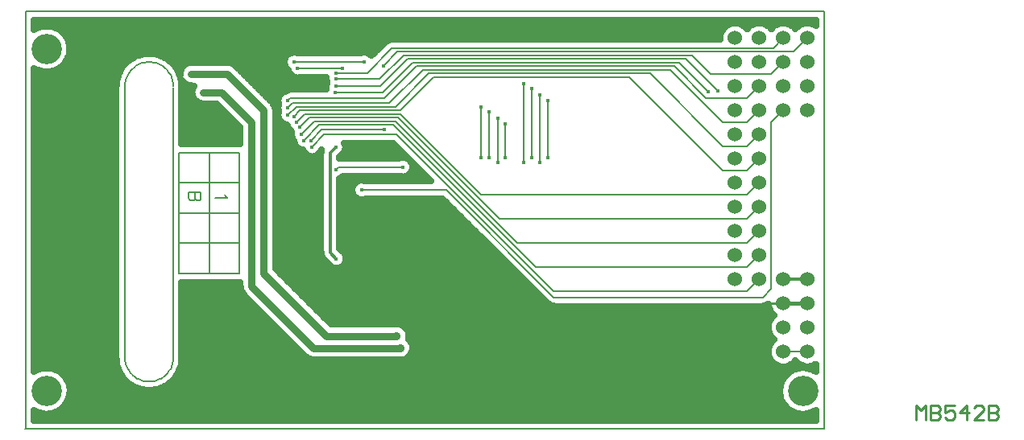
<source format=gbr>
%FSTAX23Y23*%
%MOIN*%
%SFA1B1*%

%IPPOS*%
%ADD10C,0.025000*%
%ADD11C,0.007000*%
%ADD12C,0.012000*%
%ADD13C,0.015000*%
%ADD14C,0.030000*%
%ADD15C,0.010000*%
%ADD16C,0.008000*%
%ADD17C,0.005000*%
%ADD18C,0.060000*%
%ADD19C,0.126000*%
%ADD20C,0.016000*%
%ADD21C,0.035000*%
%ADD22C,0.025000*%
%LNmb542b-1*%
%LPD*%
G54D10*
X-02901Y-01543D02*
D01*
X-02895Y-01546*
X-02889Y-01549*
X-02883Y-01552*
X-02876Y-01554*
X-0287Y-01555*
X-02863Y-01557*
X-02857Y-01558*
X-0285Y-01558*
X-02844Y-01558*
X-02837Y-01557*
X-0283Y-01556*
X-02824Y-01555*
X-02817Y-01553*
X-02811Y-0155*
X-02805Y-01548*
X-02799Y-01544*
X-02794Y-01541*
X-02788Y-01537*
X-02783Y-01532*
X-02779Y-01528*
X-02774Y-01523*
X-0277Y-01517*
X-02767Y-01512*
X-02764Y-01506*
X-02761Y-015*
X-02758Y-01494*
X-02756Y-01487*
X-02755Y-01481*
X-02754Y-01474*
X-02753Y-01468*
X-02753Y-01463*
X-02901Y-01543D02*
D01*
X-02895Y-01546*
X-02889Y-01549*
X-02883Y-01552*
X-02876Y-01554*
X-0287Y-01555*
X-02863Y-01557*
X-02857Y-01558*
X-0285Y-01558*
X-02844Y-01558*
X-02837Y-01557*
X-0283Y-01556*
X-02824Y-01555*
X-02817Y-01553*
X-02811Y-0155*
X-02805Y-01548*
X-02799Y-01544*
X-02794Y-01541*
X-02788Y-01537*
X-02783Y-01532*
X-02779Y-01528*
X-02774Y-01523*
X-0277Y-01517*
X-02767Y-01512*
X-02764Y-01506*
X-02761Y-015*
X-02758Y-01494*
X-02756Y-01487*
X-02755Y-01481*
X-02754Y-01474*
X-02753Y-01468*
X-02753Y-01463*
D01*
X-02753Y-01456*
X-02753Y-01449*
X-02755Y-01443*
X-02756Y-01436*
X-02758Y-0143*
X-02761Y-01424*
X-02764Y-01418*
X-02767Y-01412*
X-02771Y-01407*
X-02775Y-01401*
X-02779Y-01397*
X-02784Y-01392*
X-02789Y-01388*
X-02794Y-01384*
X-028Y-0138*
X-02806Y-01377*
X-02812Y-01374*
X-02818Y-01372*
X-02825Y-0137*
X-02831Y-01369*
X-02838Y-01368*
X-02844Y-01368*
X-02851*
X-02857Y-01368*
X-02864Y-01369*
X-0287Y-0137*
X-02877Y-01372*
X-02883Y-01374*
X-02889Y-01377*
X-02895Y-0138*
X-02901Y-01382*
X-02753Y-01463D02*
D01*
X-02753Y-01456*
X-02753Y-01449*
X-02755Y-01443*
X-02756Y-01436*
X-02758Y-0143*
X-02761Y-01424*
X-02764Y-01418*
X-02767Y-01412*
X-02771Y-01407*
X-02775Y-01401*
X-02779Y-01397*
X-02784Y-01392*
X-02789Y-01388*
X-02794Y-01384*
X-028Y-0138*
X-02806Y-01377*
X-02812Y-01374*
X-02818Y-01372*
X-02825Y-0137*
X-02831Y-01369*
X-02838Y-01368*
X-02844Y-01368*
X-02851*
X-02857Y-01368*
X-02864Y-01369*
X-0287Y-0137*
X-02877Y-01372*
X-02883Y-01374*
X-02889Y-01377*
X-02895Y-0138*
X-02901Y-01382*
X-0256Y-01325D02*
D01*
X-02559Y-01334*
X-02558Y-01343*
X-02557Y-01353*
X-02554Y-01362*
X-02551Y-01371*
X-02548Y-01379*
X-02544Y-01388*
X-02539Y-01396*
X-02534Y-01404*
X-02528Y-01411*
X-02522Y-01418*
X-02515Y-01425*
X-02508Y-01431*
X-025Y-01436*
X-02492Y-01441*
X-02484Y-01446*
X-02475Y-0145*
X-02466Y-01453*
X-02457Y-01455*
X-02448Y-01457*
X-02439Y-01459*
X-02429Y-01459*
X-0242*
X-0241Y-01459*
X-02401Y-01457*
X-02392Y-01455*
X-02383Y-01453*
X-02374Y-0145*
X-02365Y-01446*
X-02357Y-01441*
X-02349Y-01436*
X-02341Y-01431*
X-02334Y-01425*
X-02327Y-01418*
X-02321Y-01411*
X-02315Y-01404*
X-0231Y-01396*
X-02305Y-01388*
X-02301Y-01379*
X-02298Y-01371*
X-02295Y-01362*
X-02292Y-01353*
X-02291Y-01343*
X-0229Y-01334*
X-0229Y-01325*
X-01779Y-01319D02*
D01*
X-01776Y-01321*
X-01773Y-01323*
X-01771Y-01325*
X-01768Y-01327*
X-01765Y-01328*
X-01762Y-01329*
X-01759Y-0133*
X-01755Y-01331*
X-01752Y-01332*
X-01749Y-01332*
X-01745Y-01333*
X-01745Y-01332*
X-01779Y-01319D02*
D01*
X-01776Y-01321*
X-01773Y-01323*
X-01771Y-01325*
X-01768Y-01327*
X-01765Y-01328*
X-01762Y-01329*
X-01759Y-0133*
X-01755Y-01331*
X-01752Y-01332*
X-01749Y-01332*
X-01745Y-01333*
X-01745Y-01332*
X-02047Y-0103D02*
D01*
X-02046Y-01033*
X-02046Y-01036*
X-02045Y-01039*
X-02045Y-01042*
X-02044Y-01046*
X-02042Y-01049*
X-02041Y-01052*
X-02039Y-01054*
X-02038Y-01057*
X-02036Y-0106*
X-02033Y-01062*
X-02034Y-01064*
X-02047Y-0103D02*
D01*
X-02046Y-01033*
X-02046Y-01036*
X-02045Y-01039*
X-02045Y-01042*
X-02044Y-01046*
X-02042Y-01049*
X-02041Y-01052*
X-02039Y-01054*
X-02038Y-01057*
X-02036Y-0106*
X-02033Y-01062*
X-02034Y-01064*
X-02239Y-00198D02*
D01*
X-0224Y-002*
X-02242Y-00203*
X-02243Y-00206*
X-02244Y-00209*
X-02245Y-00212*
X-02246Y-00216*
X-02247Y-00219*
X-02247Y-00222*
X-02247Y-00226*
X-02247Y-00229*
X-02246Y-00232*
X-02246Y-00235*
X-02245Y-00239*
X-02244Y-00242*
X-02242Y-00245*
X-02241Y-00248*
X-02239Y-00251*
X-02237Y-00253*
X-02235Y-00256*
X-02233Y-00258*
X-0223Y-0026*
X-02228Y-00263*
X-02225Y-00264*
X-02222Y-00266*
X-02219Y-00268*
X-02216Y-00269*
X-02213Y-0027*
X-0221Y-00271*
X-02207Y-00271*
X-02203Y-00272*
X-022Y-00272*
X-022Y-00273*
X-02901Y-00125D02*
D01*
X-02895Y-00128*
X-02889Y-00131*
X-02883Y-00134*
X-02876Y-00136*
X-0287Y-00137*
X-02863Y-00139*
X-02857Y-0014*
X-0285Y-0014*
X-02844Y-0014*
X-02837Y-00139*
X-0283Y-00138*
X-02824Y-00137*
X-02817Y-00135*
X-02811Y-00132*
X-02805Y-0013*
X-02799Y-00126*
X-02794Y-00123*
X-02788Y-00119*
X-02783Y-00114*
X-02779Y-0011*
X-02774Y-00105*
X-0277Y-00099*
X-02767Y-00094*
X-02764Y-00088*
X-02761Y-00082*
X-02758Y-00076*
X-02756Y-00069*
X-02755Y-00063*
X-02754Y-00056*
X-02753Y-0005*
X-02753Y-00045*
X-02297Y-00157D02*
D01*
X-023Y-00148*
X-02304Y-00139*
X-02308Y-00131*
X-02313Y-00123*
X-02319Y-00115*
X-02325Y-00108*
X-02332Y-00101*
X-02339Y-00095*
X-02346Y-00089*
X-02354Y-00084*
X-02362Y-0008*
X-02371Y-00076*
X-0238Y-00072*
X-02389Y-00069*
X-02398Y-00067*
X-02407Y-00066*
X-02416Y-00065*
X-02426Y-00064*
X-02435Y-00065*
X-02445Y-00066*
X-02454Y-00068*
X-02463Y-0007*
X-02472Y-00073*
X-02481Y-00077*
X-02489Y-00081*
X-02497Y-00086*
X-02505Y-00091*
X-02512Y-00097*
X-02519Y-00103*
X-02526Y-0011*
X-02532Y-00117*
X-02537Y-00125*
X-02542Y-00133*
X-02546Y-00142*
X-0255Y-0015*
X-02553Y-00159*
X-02556Y-00168*
X-02558Y-00177*
X-02559Y-00187*
X-02559Y-00196*
X-0256Y-002*
X-02753Y-00045D02*
D01*
X-02753Y-00038*
X-02753Y-00031*
X-02755Y-00025*
X-02756Y-00018*
X-02758Y-00012*
X-02761Y-00006*
X-02764Y0*
X-02767Y00005*
X-02771Y0001*
X-02775Y00016*
X-02779Y0002*
X-02784Y00025*
X-02789Y00029*
X-02794Y00033*
X-028Y00037*
X-02806Y0004*
X-02812Y00043*
X-02818Y00045*
X-02825Y00047*
X-02831Y00048*
X-02838Y00049*
X-02844Y00049*
X-02851*
X-02857Y00049*
X-02864Y00048*
X-0287Y00047*
X-02877Y00045*
X-02883Y00043*
X-02889Y0004*
X-02895Y00037*
X-02901Y00035*
X-0229Y-002D02*
D01*
X-0229Y-0019*
X-02291Y-00181*
X-02292Y-00171*
X-02294Y-00169*
X-0225Y-00102D02*
D01*
X-02253Y-00102*
X-02256Y-00102*
X-02259Y-00103*
X-02262Y-00103*
X-02266Y-00104*
X-02269Y-00106*
X-02272Y-00107*
X-02274Y-00109*
X-02277Y-0011*
X-0228Y-00112*
X-02282Y-00115*
X-02284Y-00117*
X-02287Y-0012*
X-02288Y-00122*
X-0229Y-00125*
X-02292Y-00128*
X-02293Y-00131*
X-02294Y-00134*
X-02295Y-00137*
X-02296Y-0014*
X-02296Y-00144*
X-02296Y-00147*
Y-0015*
X-02296Y-00153*
X-02297Y-00157*
X-02294Y-00169D02*
D01*
X-02292Y-00172*
X-0229Y-00174*
X-02289Y-00177*
X-02287Y-0018*
X-02284Y-00182*
X-02282Y-00185*
X-02279Y-00187*
X-02277Y-00189*
X-02274Y-00191*
X-02271Y-00192*
X-02268Y-00194*
X-02265Y-00195*
X-02262Y-00196*
X-02258Y-00197*
X-02255Y-00197*
X-02252Y-00197*
X-0225Y-00198*
X-01903Y-003D02*
D01*
X-01903Y-00296*
X-01903Y-00293*
X-01904Y-0029*
X-01904Y-00287*
X-01905Y-00283*
X-01907Y-0028*
X-01908Y-00277*
X-0191Y-00275*
X-01911Y-00272*
X-01913Y-00269*
X-01916Y-00267*
X-01916Y-00266*
X-01903Y-003D02*
D01*
X-01903Y-00296*
X-01903Y-00293*
X-01904Y-0029*
X-01904Y-00287*
X-01905Y-00283*
X-01907Y-0028*
X-01908Y-00277*
X-0191Y-00275*
X-01911Y-00272*
X-01913Y-00269*
X-01916Y-00267*
X-01916Y-00266*
X-01825Y-00427D02*
D01*
X-01824Y-00429*
X-01824Y-00432*
X-01823Y-00435*
X-01822Y-00437*
X-01821Y-0044*
X-0182Y-00443*
X-01819Y-00445*
X-01817Y-00447*
X-01816Y-0045*
X-01814Y-00452*
X-01812Y-00454*
X-0181Y-00456*
X-01808Y-00457*
X-01805Y-00459*
X-01803Y-0046*
X-018Y-00461*
X-01798Y-00462*
X-01795Y-00463*
X-01792Y-00464*
X-01789Y-00464*
X-01789Y-00465*
X-01835Y-00391D02*
D01*
X-01835Y-00393*
X-01835Y-00396*
X-01835Y-00399*
X-01835Y-00402*
X-01835Y-00405*
X-01835Y-00408*
X-01834Y-0041*
X-01833Y-00413*
X-01832Y-00416*
X-01831Y-00418*
X-0183Y-00421*
X-01828Y-00423*
X-01826Y-00425*
X-01825Y-00427*
X-01789Y-00465D02*
D01*
X-01787Y-00467*
X-01786Y-0047*
X-01785Y-00472*
X-01783Y-00474*
X-01781Y-00477*
X-0178Y-00479*
X-01777Y-00481*
X-01775Y-00483*
X-01773Y-00484*
X-01771Y-00486*
X-01768Y-00487*
X-01766Y-00488*
X-01763Y-00489*
X-0176Y-0049*
X-01757Y-0049*
X-01755Y-00491*
X-01752Y-00491*
X-01749Y-00491*
X-01746Y-00491*
X-01743Y-0049*
X-01741Y-0049*
X-01738Y-00489*
X-01735Y-00488*
X-01733Y-00487*
X-0173Y-00485*
X-01728Y-00484*
X-01725Y-00482*
X-01723Y-0048*
X-01721Y-00479*
X-01719Y-00476*
X-01718Y-00474*
X-01716Y-00472*
X-01715Y-00469*
X-01713Y-00467*
X-01712Y-00464*
X-01713Y-00464*
X-01888Y-00275D02*
D01*
X-01888Y-00277*
X-01889Y-0028*
X-0189Y-00283*
X-0189Y-00286*
X-0189Y-00288*
X-0189Y-00291*
X-0189Y-00294*
X-0189Y-00297*
X-01889Y-003*
X-01888Y-00302*
X-01888Y-00305*
X-01862Y-00221D02*
D01*
X-01864Y-00221*
X-01867Y-00223*
X-01869Y-00224*
X-01872Y-00225*
X-01874Y-00227*
X-01876Y-00229*
X-01878Y-00231*
X-0188Y-00233*
X-01882Y-00235*
X-01884Y-00237*
X-01885Y-0024*
X-01887Y-00242*
X-01888Y-00245*
X-01889Y-00248*
X-01889Y-0025*
X-0189Y-00253*
X-0189Y-00256*
X-0189Y-00259*
X-0189Y-00262*
X-0189Y-00265*
X-0189Y-00267*
X-01889Y-0027*
X-01888Y-00273*
X-01888Y-00275*
X-01854Y-00361D02*
D01*
X-01853Y-00363*
X-01852Y-00366*
X-0185Y-00368*
X-01849Y-00371*
X-01847Y-00373*
X-01846Y-00375*
X-01844Y-00378*
X-01842Y-00379*
X-0184Y-00381*
X-01838Y-00383*
D01*
X-01837Y-00385*
X-01835Y-00388*
X-01834Y-0039*
X-01835Y-00391*
X-01888Y-00305D02*
D01*
X-01888Y-00307*
X-01889Y-0031*
X-0189Y-00313*
X-0189Y-00316*
X-0189Y-00318*
X-0189Y-00321*
X-0189Y-00324*
X-0189Y-00327*
X-01889Y-0033*
X-01888Y-00332*
X-01887Y-00335*
X-01886Y-00338*
X-01885Y-0034*
X-01883Y-00343*
X-01881Y-00345*
X-0188Y-00347*
X-01878Y-00349*
X-01876Y-00351*
X-01873Y-00353*
X-01871Y-00354*
X-01868Y-00356*
X-01866Y-00357*
X-01863Y-00358*
X-0186Y-00359*
X-01858Y-0036*
X-01855Y-0036*
X-01854Y-00361*
X-0184Y-00214D02*
D01*
X-01842Y-00214*
X-01845Y-00214*
X-01847Y-00214*
X-01849Y-00215*
X-01852Y-00216*
X-01854Y-00217*
X-01856Y-00218*
X-01859Y-00219*
X-01861Y-0022*
X-01862Y-00221*
X-0184Y-00214D02*
D01*
X-01842Y-00214*
X-01845Y-00214*
X-01847Y-00214*
X-01849Y-00215*
X-01852Y-00216*
X-01854Y-00217*
X-01856Y-00218*
X-01859Y-00219*
X-01861Y-0022*
X-01862Y-00221*
X-02066Y-00116D02*
D01*
X-02068Y-00113*
X-02071Y-00111*
X-02073Y-00109*
X-02076Y-00107*
X-02079Y-00106*
X-02082Y-00105*
X-02085Y-00104*
X-02089Y-00103*
X-02092Y-00102*
X-02095Y-00102*
X-02099Y-00101*
X-021Y-00102*
X-02066Y-00116D02*
D01*
X-02068Y-00113*
X-02071Y-00111*
X-02073Y-00109*
X-02076Y-00107*
X-02079Y-00106*
X-02082Y-00105*
X-02085Y-00104*
X-02089Y-00103*
X-02092Y-00102*
X-02095Y-00102*
X-02099Y-00101*
X-021Y-00102*
X-01806Y-00064D02*
D01*
X-01808Y-00062*
X-01811Y-00061*
X-01813Y-0006*
X-01816Y-0006*
X-01819Y-00059*
X-01822Y-00059*
X-01825Y-00059*
X-01827Y-00059*
X-0183Y-00059*
X-01833Y-0006*
X-01836Y-0006*
X-01839Y-00061*
X-01841Y-00062*
X-01844Y-00064*
X-01846Y-00065*
X-01849Y-00067*
X-01851Y-00068*
X-01853Y-0007*
X-01855Y-00072*
X-01857Y-00075*
X-01858Y-00077*
X-0186Y-00079*
X-01861Y-00082*
X-01862Y-00084*
X-01863Y-00087*
X-01864Y-0009*
X-01865Y-00093*
X-01865Y-00095*
X-01865Y-00098*
X-01865Y-00101*
X-01865Y-00104*
X-01865Y-00107*
X-01864Y-00109*
X-01863Y-00112*
X-01862Y-00115*
X-01861Y-00117*
X-0186Y-0012*
X-01858Y-00122*
X-01856Y-00125*
X-01855Y-00127*
X-01853Y-00129*
X-01851Y-00131*
X-0185Y-00132*
D01*
X-01849Y-00134*
X-01848Y-00137*
X-01847Y-0014*
X-01846Y-00142*
X-01845Y-00145*
X-01843Y-00147*
X-01842Y-00149*
X-0184Y-00152*
X-01838Y-00154*
X-01836Y-00156*
X-01833Y-00157*
X-01831Y-00159*
X-01829Y-0016*
X-01826Y-00162*
X-01823Y-00163*
X-01821Y-00164*
X-01818Y-00164*
X-01815Y-00165*
X-01812Y-00165*
X-0181Y-00165*
X-01807Y-00165*
X-01804Y-00165*
X-01801Y-00164*
X-01798Y-00164*
X-01796Y-00163*
X-01793Y-00162*
X-01791Y-00161*
X-01714Y-0089D02*
D01*
X-01713Y-00892*
X-01713Y-00895*
X-01713Y-00897*
X-01712Y-009*
X-01711Y-00902*
X-0171Y-00905*
X-01709Y-00907*
X-01708Y-0091*
X-01706Y-00912*
X-01705Y-00914*
X-01703Y-00916*
X-01702Y-00917*
X-01686Y-00933D02*
D01*
X-01684Y-00935*
X-01683Y-00937*
X-01681Y-0094*
X-01679Y-00942*
X-01677Y-00944*
X-01675Y-00946*
X-01673Y-00947*
X-0167Y-00949*
X-01668Y-0095*
X-01666Y-00951*
X-01663Y-00952*
X-0166Y-00953*
X-01657Y-00954*
X-01655Y-00954*
X-01652Y-00955*
X-01649Y-00955*
X-01646Y-00955*
X-01644Y-00954*
X-01641Y-00954*
X-01638Y-00953*
X-01635Y-00952*
X-01633Y-00951*
X-0163Y-0095*
X-01628Y-00948*
X-01626Y-00947*
X-01623Y-00945*
X-01621Y-00943*
X-01619Y-00941*
X-01618Y-00939*
X-01616Y-00937*
X-01614Y-00934*
X-01613Y-00932*
X-01612Y-00929*
X-01611Y-00927*
X-0161Y-00924*
X-0161Y-00921*
X-01609Y-00918*
X-01609Y-00916*
X-0161Y-00915*
X-01401Y-01332D02*
D01*
X-01397Y-01333*
X-01394Y-01333*
X-0139Y-01334*
X-01387Y-01334*
X-01383Y-01334*
X-0138Y-01334*
X-01377Y-01334*
X-01373Y-01333*
X-0137Y-01332*
X-01367Y-01331*
X-01363Y-01329*
X-0136Y-01328*
X-01357Y-01326*
X-01354Y-01324*
X-01352Y-01322*
X-01349Y-01319*
X-01347Y-01317*
X-01345Y-01314*
X-01343Y-01311*
X-01341Y-01308*
X-01339Y-01305*
X-01338Y-01302*
X-01337Y-01299*
X-01336Y-01295*
X-01335Y-01292*
X-01335Y-01289*
X-01335Y-01285*
X-01335Y-01285*
D01*
X-01335Y-01281*
X-01335Y-01278*
X-01336Y-01274*
X-01336Y-01271*
X-01338Y-01267*
X-01339Y-01264*
X-0134Y-01261*
X-01342Y-01258*
X-01344Y-01255*
X-01346Y-01252*
X-01349Y-0125*
X-01351Y-01247*
X-01352Y-01248*
D01*
X-01351Y-01244*
X-0135Y-01241*
X-0135Y-01237*
X-0135Y-01235*
D01*
X-0135Y-01231*
X-0135Y-01228*
X-01351Y-01224*
X-01351Y-01221*
X-01353Y-01217*
X-01354Y-01214*
X-01355Y-01211*
X-01357Y-01208*
X-01359Y-01205*
X-01361Y-01202*
X-01364Y-012*
X-01366Y-01197*
X-01369Y-01195*
X-01372Y-01193*
X-01375Y-01191*
X-01378Y-0119*
X-01381Y-01188*
X-01384Y-01187*
X-01387Y-01186*
X-01391Y-01185*
X-01394Y-01185*
X-01398Y-01185*
X-01401*
X-01405Y-01185*
X-01408Y-01185*
X-01412Y-01186*
X-01415Y-01187*
X-01416Y-01187*
X-01714Y-0089D02*
D01*
X-01713Y-00892*
X-01713Y-00895*
X-01713Y-00897*
X-01712Y-009*
X-01711Y-00902*
X-0171Y-00905*
X-01709Y-00907*
X-01708Y-0091*
X-01706Y-00912*
X-01705Y-00914*
X-01703Y-00916*
X-01702Y-00917*
X-0161Y-00915D02*
D01*
X-0161Y-00912*
X-0161Y-00909*
X-0161Y-00906*
X-01611Y-00903*
X-01612Y-009*
X-01613Y-00898*
X-01614Y-00895*
X-01616Y-00893*
X-01617Y-0089*
X-01619Y-00888*
X-01621Y-00886*
X-01623Y-00884*
X-01625Y-00882*
X-01628Y-00881*
X-0163Y-00879*
X-01632Y-00879*
X00162Y-0125D02*
D01*
X00158Y-01252*
X00155Y-01255*
X00152Y-01258*
X00149Y-01262*
X00147Y-01266*
X00144Y-01269*
X00142Y-01273*
X00141Y-01277*
X00139Y-01281*
X00138Y-01286*
X00137Y-0129*
X00137Y-01294*
X00137Y-01299*
X00137Y-01303*
X00137Y-01307*
X00138Y-01312*
X00139Y-01316*
X0014Y-0132*
X00142Y-01324*
X00144Y-01328*
X00146Y-01332*
X00148Y-01336*
X00151Y-01339*
X00154Y-01343*
X00157Y-01346*
X0016Y-01348*
X00164Y-01351*
X00167Y-01353*
X00171Y-01356*
X00175Y-01357*
X00179Y-01359*
X00183Y-0136*
X00188Y-01361*
X00192Y-01362*
X00196Y-01362*
X00201Y-01362*
X00205Y-01362*
X0021Y-01361*
X00214Y-01361*
X00218Y-01359*
X00222Y-01358*
X00226Y-01356*
X0023Y-01354*
X00234Y-01352*
X00238Y-01349*
X00241Y-01347*
X00244Y-01344*
X00247Y-01341*
X0025Y-01337*
X0025Y-01337*
X00162Y-0115D02*
D01*
X00158Y-01152*
X00155Y-01155*
X00152Y-01158*
X00149Y-01162*
X00147Y-01166*
X00144Y-01169*
X00142Y-01173*
X00141Y-01177*
X00139Y-01181*
X00138Y-01186*
X00137Y-0119*
X00137Y-01194*
X00137Y-01199*
X00137Y-01203*
X00137Y-01207*
X00138Y-01212*
X00139Y-01216*
X0014Y-0122*
X00142Y-01224*
X00144Y-01228*
X00146Y-01232*
X00148Y-01236*
X00151Y-01239*
X00154Y-01243*
X00157Y-01246*
X0016Y-01248*
X00162Y-0125*
X00335Y-01384D02*
D01*
X00329Y-0138*
X00323Y-01377*
X00317Y-01374*
X00311Y-01372*
X00304Y-0137*
X00298Y-01368*
X00291Y-01367*
X00284Y-01367*
X00278Y-01367*
X00271Y-01367*
X00264Y-01368*
X00258Y-0137*
X00251Y-01371*
X00245Y-01374*
X00239Y-01376*
X00233Y-01379*
X00227Y-01383*
X00222Y-01387*
X00217Y-01391*
X00212Y-01396*
X00208Y-01401*
X00203Y-01406*
X002Y-01411*
X00196Y-01417*
X00193Y-01423*
X00191Y-01429*
X00189Y-01436*
X00187Y-01442*
X00186Y-01449*
X00185Y-01455*
X00185Y-01462*
X00185Y-01469*
X00186Y-01475*
X00187Y-01482*
X00188Y-01488*
X0019Y-01495*
X00193Y-01501*
X00196Y-01507*
X00199Y-01513*
X00203Y-01518*
X00207Y-01524*
X00211Y-01529*
X00216Y-01533*
X00221Y-01538*
X00227Y-01542*
X00232Y-01545*
X00238Y-01548*
X00244Y-01551*
X0025Y-01553*
X00257Y-01555*
X00263Y-01557*
X0027Y-01558*
X00277Y-01558*
X00283Y-01558*
X0029Y-01558*
X00297Y-01557*
X00303Y-01555*
X0031Y-01554*
X00316Y-01551*
X00322Y-01549*
X00328Y-01546*
X00334Y-01542*
X00335Y-01542*
X0025Y-01337D02*
D01*
X00252Y-0134*
X00255Y-01343*
X00258Y-01346*
X00262Y-01349*
X00266Y-01351*
X00269Y-01354*
X00273Y-01356*
X00277Y-01357*
X00281Y-01359*
X00286Y-0136*
X0029Y-01361*
X00294Y-01361*
X00299Y-01361*
X00303Y-01361*
X00307Y-01361*
X00312Y-0136*
X00316Y-01359*
X0032Y-01358*
X00324Y-01356*
X00328Y-01354*
X00332Y-01352*
X00335Y-01352*
X-00776Y-011D02*
D01*
X-00774Y-01101*
X-00772Y-01103*
X-0077Y-01104*
X-00768Y-01106*
X-00765Y-01107*
X-00763Y-01108*
X-00761Y-01109*
X-00758Y-01109*
X-00756Y-0111*
X-00753Y-0111*
X-00751Y-01111*
X-0075Y-01111*
X-00775Y-011D02*
D01*
X-00773Y-01101*
X-00771Y-01103*
X-00769Y-01104*
X-00767Y-01105*
X-00764Y-01107*
X-00762Y-01108*
X-0076Y-01108*
X-00757Y-01109*
X-00755Y-01109*
X-00753Y-0111*
X-0075Y-0111*
X-0075Y-01111*
X00115D02*
D01*
X00117Y-0111*
X0012Y-0111*
X00122Y-0111*
X00124Y-01109*
X00127Y-01108*
X00129Y-01107*
X00131Y-01106*
X00134Y-01105*
X00136Y-01104*
X00138Y-01103*
X00115Y-01111D02*
D01*
X00117Y-0111*
X0012Y-0111*
X00122Y-0111*
X00124Y-01109*
X00127Y-01108*
X00129Y-01107*
X00131Y-01106*
X00134Y-01105*
X00136Y-01104*
X00138Y-01103*
D01*
X00138Y-01107*
X00139Y-01111*
X00139Y-01115*
X00141Y-01119*
X00142Y-01124*
X00144Y-01127*
X00146Y-01131*
X00149Y-01135*
X00151Y-01138*
X00154Y-01142*
X00157Y-01145*
X0016Y-01148*
X00162Y-0115*
X-01637Y-00583D02*
D01*
X-01634Y-00581*
X-01631Y-0058*
X-01629Y-00579*
X-01627Y-00577*
X-01624Y-00575*
X-01622Y-00574*
X-0162Y-00571*
X-01619Y-00571*
X-01526Y-00594D02*
D01*
X-01528Y-00592*
X-01531Y-00591*
X-01533Y-0059*
X-01536Y-0059*
X-01539Y-00589*
X-01542Y-00589*
X-01545Y-00589*
X-01547Y-00589*
X-0155Y-00589*
X-01553Y-0059*
X-01556Y-0059*
X-01559Y-00591*
X-01561Y-00592*
X-01564Y-00594*
X-01566Y-00595*
X-01569Y-00597*
X-01571Y-00598*
X-01573Y-006*
X-01575Y-00602*
X-01577Y-00605*
X-01578Y-00607*
X-0158Y-00609*
X-01581Y-00612*
X-01582Y-00614*
X-01583Y-00617*
X-01584Y-0062*
X-01585Y-00623*
X-01585Y-00625*
X-01585Y-00628*
X-01585Y-00631*
X-01585Y-00634*
X-01585Y-00637*
X-01584Y-00639*
X-01583Y-00642*
X-01582Y-00645*
X-01581Y-00647*
X-0158Y-0065*
X-01578Y-00652*
X-01576Y-00655*
X-01575Y-00657*
X-01573Y-00659*
X-01571Y-00661*
X-01568Y-00663*
X-01566Y-00664*
X-01563Y-00666*
X-01561Y-00667*
X-01558Y-00668*
X-01556Y-00669*
X-01553Y-00669*
X-0155Y-0067*
X-01547Y-0067*
X-01544Y-0067*
X-01542Y-0067*
X-01539Y-0067*
X-01536Y-00669*
X-01533Y-00669*
X-0153Y-00668*
X-01528Y-00667*
X-01526Y-00666*
X-01711Y-00462D02*
D01*
X-01711Y-00464*
X-01712Y-00467*
X-01712Y-00469*
X-01713Y-00472*
X-01714Y-00475*
X-01711Y-00462D02*
D01*
X-01711Y-00464*
X-01712Y-00467*
X-01712Y-00469*
X-01713Y-00472*
X-01714Y-00475*
X-01635Y-00489D02*
D01*
X-01632Y-00487*
X-0163Y-00486*
X-01627Y-00484*
X-01625Y-00482*
X-01623Y-0048*
X-01621Y-00478*
X-0162Y-00476*
X-01618Y-00473*
X-01617Y-00471*
X-01616Y-00469*
X-01615Y-00466*
X-01614Y-00463*
X-01613Y-0046*
X-01613Y-00458*
X-01612Y-00455*
X-01613Y-00453*
D01*
X-01613Y-0045*
X-01613Y-00447*
X-01613Y-00444*
X-01614Y-00441*
X-01615Y-00438*
X-01616Y-00436*
X-01617Y-00436*
X-01394Y-00571D02*
D01*
X-01391Y-00572*
X-01388Y-00573*
X-01386Y-00574*
X-01383Y-00574*
X-0138Y-00575*
X-01377Y-00575*
X-01374Y-00575*
X-01372Y-00575*
X-01369Y-00575*
X-01366Y-00574*
X-01363Y-00574*
X-0136Y-00573*
X-01358Y-00572*
X-01355Y-0057*
X-01353Y-00569*
X-0135Y-00567*
X-01348Y-00566*
X-01346Y-00564*
X-01344Y-00562*
X-01342Y-00559*
X-01341Y-00557*
X-01339Y-00555*
X-01338Y-00552*
X-01337Y-0055*
X-01336Y-00547*
X-01335Y-00544*
X-01334Y-00541*
X-01334Y-00539*
X-01334Y-00536*
X-01334Y-00535*
D01*
X-01334Y-00532*
X-01334Y-00529*
X-01334Y-00526*
X-01335Y-00523*
X-01336Y-0052*
X-01337Y-00518*
X-01338Y-00515*
X-0134Y-00513*
X-01341Y-0051*
X-01343Y-00508*
X-01345Y-00506*
X-01347Y-00504*
X-01349Y-00502*
X-01352Y-00501*
X-01354Y-00499*
X-01357Y-00498*
X-01359Y-00496*
X-01362Y-00496*
X-01365Y-00495*
X-01367Y-00494*
X-0137Y-00494*
X-01373Y-00494*
X-01376*
X-01379Y-00494*
X-01382Y-00494*
X-01384Y-00495*
X-01387Y-00496*
X-0139Y-00496*
X-01392Y-00498*
X-01394Y-00499*
X-0169Y-00205D02*
D01*
X-01691Y-00207*
X-01692Y-0021*
X-01693Y-00212*
X-01694Y-00214*
X-01688Y-00185D02*
D01*
X-01688Y-00187*
X-01689Y-0019*
X-0169Y-00193*
X-0169Y-00196*
X-0169Y-00198*
X-0169Y-00201*
X-0169Y-00204*
X-0169Y-00205*
Y-00161D02*
D01*
X-0169Y-00163*
X-0169Y-00166*
X-0169Y-00169*
X-0169Y-00172*
X-0169Y-00175*
X-0169Y-00178*
X-01689Y-0018*
X-01688Y-00183*
X-01688Y-00185*
X-01504Y-00074D02*
D01*
X-01505Y-00071*
X-01507Y-00069*
X-0151Y-00068*
X-01512Y-00066*
X-01514Y-00064*
X-01517Y-00063*
X-01519Y-00062*
X-01522Y-00061*
X-01525Y-0006*
X-01527Y-0006*
X-0153Y-00059*
X-01533Y-00059*
X-01536Y-00059*
X-01539Y-00059*
X-01542Y-0006*
X-01544Y-0006*
X-01547Y-00061*
X-0155Y-00062*
X-01552Y-00063*
X-01554Y-00064*
X-0142Y-00006D02*
D01*
X-01422Y-00006*
X-01425Y-00006*
X-01427Y-00006*
X-01429Y-00007*
X-01432Y-00008*
X-01434Y-00009*
X-01436Y-0001*
X-01439Y-00011*
X-01441Y-00012*
X-01443Y-00014*
X-01445Y-00016*
X-01446Y-00017*
X-0142Y-00006D02*
D01*
X-01422Y-00006*
X-01425Y-00006*
X-01427Y-00006*
X-01429Y-00007*
X-01432Y-00008*
X-01434Y-00009*
X-01436Y-0001*
X-01439Y-00011*
X-01441Y-00012*
X-01443Y-00014*
X-01445Y-00016*
X-01446Y-00017*
X0005Y00038D02*
D01*
X00047Y00041*
X00044Y00044*
X00041Y00047*
X00037Y0005*
X00033Y00052*
X0003Y00055*
X00026Y00057*
X00022Y00058*
X00018Y0006*
X00013Y00061*
X00009Y00062*
X00005Y00062*
X0Y00062*
X-00003Y00062*
X-00007Y00062*
X-00012Y00061*
X-00016Y0006*
X-0002Y00059*
X-00024Y00057*
X-00028Y00055*
X-00032Y00053*
X-00036Y00051*
X-00039Y00048*
X-00043Y00045*
X-00046Y00042*
X-00048Y00039*
X-00051Y00035*
X-00053Y00032*
X-00056Y00028*
X-00057Y00024*
X-00059Y0002*
X-0006Y00016*
X-00061Y00011*
X-00062Y00007*
X-00062Y00003*
X-00062Y-00001*
X-00062Y-00005*
X-00062Y-00006*
X0015Y00038D02*
D01*
X00147Y00041*
X00144Y00044*
X00141Y00047*
X00137Y0005*
X00133Y00052*
X0013Y00055*
X00126Y00057*
X00122Y00058*
X00118Y0006*
X00113Y00061*
X00109Y00062*
X00105Y00062*
X001Y00062*
X00096Y00062*
X00092Y00062*
X00087Y00061*
X00083Y0006*
X00079Y00059*
X00075Y00057*
X00071Y00055*
X00067Y00053*
X00063Y00051*
X0006Y00048*
X00056Y00045*
X00053Y00042*
X00051Y00039*
X0005Y00038*
X0025D02*
D01*
X00247Y00041*
X00244Y00044*
X00241Y00047*
X00237Y0005*
X00233Y00052*
X0023Y00055*
X00226Y00057*
X00222Y00058*
X00218Y0006*
X00213Y00061*
X00209Y00062*
X00205Y00062*
X002Y00062*
X00196Y00062*
X00192Y00062*
X00187Y00061*
X00183Y0006*
X00179Y00059*
X00175Y00057*
X00171Y00055*
X00167Y00053*
X00163Y00051*
X0016Y00048*
X00156Y00045*
X00153Y00042*
X00151Y00039*
X0015Y00038*
X00335Y00052D02*
D01*
X00331Y00054*
X00327Y00056*
X00323Y00058*
X00319Y00059*
X00315Y0006*
X0031Y00061*
X00306Y00062*
X00302Y00062*
X00297Y00062*
X00293Y00062*
X00289Y00061*
X00284Y0006*
X0028Y00059*
X00276Y00058*
X00272Y00056*
X00268Y00054*
X00264Y00051*
X00261Y00049*
X00258Y00046*
X00254Y00043*
X00251Y0004*
X0025Y00038*
X-02901Y-0155D02*
X-02887D01*
X-0287Y-01585D02*
Y-01556D01*
X-02855Y-01585D02*
Y-01558D01*
X-029Y-01585D02*
Y-01543D01*
X-02901Y-01585D02*
Y-01543D01*
X-02885Y-01585D02*
Y-01551D01*
X-02901Y-0137D02*
X-02873D01*
X-0284Y-01585D02*
Y-01558D01*
X-02901Y-01355D02*
X-02557D01*
X-02901Y-0134D02*
X-02559D01*
X-02901Y-01325D02*
X-0256D01*
X-02901Y-0131D02*
X-0256D01*
X-02901Y-01295D02*
X-0256D01*
X-02901Y-0128D02*
X-0256D01*
X-02901Y-01265D02*
X-0256D01*
X-02901Y-0125D02*
X-0256D01*
X-02901Y-01235D02*
X-0256D01*
X-02901Y-0122D02*
X-0256D01*
X-02901Y-01205D02*
X-0256D01*
X-02901Y-0119D02*
X-0256D01*
X-02901Y-01175D02*
X-0256D01*
X-02901Y-0116D02*
X-0256D01*
X-02901Y-01145D02*
X-0256D01*
X-02901Y-0113D02*
X-0256D01*
X-02901Y-01115D02*
X-0256D01*
X-02901Y-011D02*
X-0256D01*
X-02825Y-01585D02*
Y-01555D01*
X-0281Y-01585D02*
Y-0155D01*
X-02795Y-01585D02*
Y-01542D01*
X-0278Y-01585D02*
Y-01529D01*
X-02765Y-01585D02*
Y-01508D01*
X-02555Y-01585D02*
Y-01361D01*
X-0254Y-01585D02*
Y-01396D01*
X-02465Y-01585D02*
Y-01454D01*
X-0245Y-01585D02*
Y-01458D01*
X-02435Y-01585D02*
Y-0146D01*
X-0242Y-01585D02*
Y-0146D01*
X-02525Y-01585D02*
Y-01416D01*
X-0251Y-01585D02*
Y-0143D01*
X-02495Y-01585D02*
Y-0144D01*
X-0248Y-01585D02*
Y-01448D01*
X-02759Y-0143D02*
X-0251D01*
X-02405Y-01585D02*
Y-01459D01*
X-02755Y-01445D02*
X-02486D01*
X-02793Y-01385D02*
X-02546D01*
X-02825Y-0137D02*
X-02552D01*
X-02766Y-01415D02*
X-02525D01*
X-02777Y-014D02*
X-02537D01*
X-0239Y-01585D02*
Y-01455D01*
X-02375Y-01585D02*
Y-0145D01*
X-0236Y-01585D02*
Y-01443D01*
X-02345Y-01585D02*
Y-01434D01*
X-0233Y-01585D02*
Y-01421D01*
X-02315Y-01585D02*
Y-01403D01*
X-023Y-01585D02*
Y-01376D01*
X-02901Y-01085D02*
X-0256D01*
X-02901Y-0107D02*
X-0256D01*
X-02901Y-01055D02*
X-0256D01*
X-02901Y-01382D02*
Y-00125D01*
Y-0104D02*
X-0256D01*
X-029Y-01382D02*
Y-00126D01*
X-02885Y-01374D02*
Y-00133D01*
X-02901Y-01025D02*
X-0256D01*
X-02901Y-0101D02*
X-0256D01*
X-02901Y-00995D02*
X-0256D01*
X-02901Y-0098D02*
X-0256D01*
X-02901Y-00965D02*
X-0256D01*
X-02901Y-0095D02*
X-0256D01*
X-02901Y-00935D02*
X-0256D01*
X-02901Y-0092D02*
X-0256D01*
X-02901Y-00905D02*
X-0256D01*
X-02901Y-0089D02*
X-0256D01*
X-02901Y-00875D02*
X-0256D01*
X-02901Y-0086D02*
X-0256D01*
X-02901Y-00845D02*
X-0256D01*
X-02901Y-0083D02*
X-0256D01*
X-02901Y-00815D02*
X-0256D01*
X-02901Y-008D02*
X-0256D01*
X-02901Y-00785D02*
X-0256D01*
X-02901Y-0077D02*
X-0256D01*
X-02901Y-00755D02*
X-0256D01*
X-02901Y-0074D02*
X-0256D01*
X-02901Y-00725D02*
X-0256D01*
X-02901Y-0071D02*
X-0256D01*
X-02901Y-00695D02*
X-0256D01*
X-0275Y-01585D02*
Y00075D01*
X-02735Y-01585D02*
Y00075D01*
X-0272Y-01585D02*
Y00075D01*
X-02705Y-01585D02*
Y00075D01*
X-0269Y-01585D02*
Y00075D01*
X-02675Y-01585D02*
Y00075D01*
X-0266Y-01585D02*
Y00075D01*
X-02645Y-01585D02*
Y00075D01*
X-0263Y-01585D02*
Y00075D01*
X-02285Y-01585D02*
Y-01011D01*
X-0227Y-01585D02*
Y-01011D01*
X-02615Y-01585D02*
Y00075D01*
X-026Y-01585D02*
Y00075D01*
X-02585Y-01585D02*
Y00075D01*
X-0257Y-01585D02*
Y00075D01*
X-0287Y-0137D02*
Y-00138D01*
X-02855Y-01367D02*
Y-0014D01*
X-02825Y-0137D02*
Y-00137D01*
X-0284Y-01368D02*
Y-0014D01*
X-02795Y-01384D02*
Y-00124D01*
X-0281Y-01375D02*
Y-00132D01*
X-02765Y-01417D02*
Y-00091D01*
X-0278Y-01397D02*
Y-00111D01*
X-02255Y-01585D02*
Y-01011D01*
X-0229Y-01325D02*
Y-01011D01*
X-0224Y-01585D02*
Y-01011D01*
X-02225Y-01585D02*
Y-01011D01*
X-0221Y-01585D02*
Y-01011D01*
X-0256Y-01325D02*
Y-002D01*
X-02195Y-01585D02*
Y-01011D01*
X-0218Y-01585D02*
Y-01011D01*
X-02763Y-01505D02*
X00196D01*
X-02758Y-0149D02*
X0019D01*
X-02754Y-01475D02*
X00186D01*
X-02753Y-0146D02*
X00186D01*
X-02364Y-01445D02*
X00187D01*
X-02341Y-0143D02*
X00191D01*
X-02325Y-01415D02*
X00198D01*
X-02901Y-01585D02*
X00335D01*
X-02901Y-0158D02*
X00335D01*
X-02901Y-01565D02*
X00335D01*
X-02811Y-0155D02*
X00243D01*
X-02787Y-01535D02*
X00219D01*
X-02773Y-0152D02*
X00205D01*
X-02313Y-014D02*
X00209D01*
X-02304Y-01385D02*
X00225D01*
X-0229Y-0125D02*
X-01847D01*
X-0229Y-01235D02*
X-01862D01*
X-0229Y-0122D02*
X-01877D01*
X-0229Y-01205D02*
X-01892D01*
X-0229Y-0119D02*
X-01907D01*
X-0229Y-01175D02*
X-01922D01*
X-0229Y-0116D02*
X-01937D01*
X-02298Y-0137D02*
X00257D01*
X-02293Y-01355D02*
X00171D01*
X-02291Y-0134D02*
X00152D01*
X-0229Y-01325D02*
X-0177D01*
X-0229Y-0131D02*
X-01787D01*
X-0229Y-01295D02*
X-01802D01*
X-0229Y-0128D02*
X-01817D01*
X-0229Y-01265D02*
X-01832D01*
X-01955Y-01585D02*
Y-01142D01*
X-0194Y-01585D02*
Y-01157D01*
X-01925Y-01585D02*
Y-01172D01*
X-02015Y-01585D02*
Y-01082D01*
X-02Y-01585D02*
Y-01097D01*
X-01985Y-01585D02*
Y-01112D01*
X-0197Y-01585D02*
Y-01127D01*
X-0185Y-01585D02*
Y-01247D01*
X-01835Y-01585D02*
Y-01262D01*
X-0182Y-01585D02*
Y-01277D01*
X-01805Y-01585D02*
Y-01292D01*
X-0191Y-01585D02*
Y-01187D01*
X-01895Y-01585D02*
Y-01202D01*
X-0188Y-01585D02*
Y-01217D01*
X-01865Y-01585D02*
Y-01232D01*
X-0229Y-01145D02*
X-01952D01*
X-0179Y-01585D02*
Y-01307D01*
X-01775Y-01585D02*
Y-01322D01*
X-0229Y-0113D02*
X-01967D01*
X-0229Y-01115D02*
X-01982D01*
X-0229Y-011D02*
X-01997D01*
X-0229Y-01085D02*
X-02012D01*
X-0176Y-01585D02*
Y-0133D01*
X-01745Y-01585D02*
Y-01332D01*
X-01401D01*
X-01773Y-01085D02*
X-00791D01*
X-01743Y-01115D02*
X00139D01*
X-01758Y-011D02*
X-00776D01*
X-02165Y-01585D02*
Y-01011D01*
X-0215Y-01585D02*
Y-01011D01*
X-02135Y-01585D02*
Y-01011D01*
X-0212Y-01585D02*
Y-01011D01*
X-02105Y-01585D02*
Y-01011D01*
X-0209Y-01585D02*
Y-01011D01*
X-02075Y-01585D02*
Y-01011D01*
X-02045Y-01585D02*
Y-01045D01*
X-0229Y-0107D02*
X-02027D01*
X-0203Y-01585D02*
Y-01067D01*
X-02034Y-01064D02*
X-01779Y-01319D01*
X-0206Y-01585D02*
Y-01011D01*
X-01903Y-00955D02*
X-0167Y-01187D01*
X-0229Y-0104D02*
X-02046D01*
X-0229Y-01025D02*
X-02047D01*
X-0229Y-01011D02*
X-02175D01*
X-0229D02*
X-02175D01*
X-0205*
X-02047Y-0103D02*
Y-01011D01*
X-02175D02*
X-0205D01*
X-0229Y-01055D02*
X-0204D01*
X-01903Y-0095D02*
X-0167D01*
X-01903Y-00935D02*
X-01685D01*
X-01903Y-0092D02*
X-01699D01*
X-01903Y-00905D02*
X-0171D01*
X-01903Y-0089D02*
X-01713D01*
X-01903Y-00875D02*
X-01714D01*
X-01903Y-0086D02*
X-01714D01*
X-01805Y-01053D02*
Y-0046D01*
X-01775Y-01083D02*
Y-00484D01*
X-0179Y-01068D02*
Y-00465D01*
X-0185Y-01008D02*
Y-0037D01*
X-01865Y-00993D02*
Y-00358D01*
X-0182Y-01038D02*
Y-00445D01*
X-01835Y-01023D02*
Y-00406D01*
X-01818Y-0104D02*
X-00836D01*
X-01833Y-01025D02*
X-00851D01*
X-01788Y-0107D02*
X-00806D01*
X-01803Y-01055D02*
X-00821D01*
X-01848Y-0101D02*
X-00866D01*
X-01863Y-00995D02*
X-00881D01*
X-01745Y-01113D02*
Y-00491D01*
X-0176Y-01098D02*
Y-00491D01*
X-01903Y-00845D02*
X-01714D01*
X-01903Y-0083D02*
X-01714D01*
X-01903Y-00815D02*
X-01714D01*
X-01903Y-008D02*
X-01714D01*
X-01903Y-00955D02*
Y-003D01*
Y-00785D02*
X-01714D01*
X-0188Y-00978D02*
Y-00347D01*
X-01895Y-00963D02*
Y00075D01*
X-01903Y-0077D02*
X-01714D01*
X-01903Y-00755D02*
X-01714D01*
X-01878Y-0098D02*
X-00896D01*
X-01893Y-00965D02*
X-00911D01*
X-01903Y-0074D02*
X-01714D01*
X-01903Y-00725D02*
X-01714D01*
X-01903Y-0071D02*
X-01714D01*
X-01903Y-00695D02*
X-01714D01*
X-02901Y-0068D02*
X-0256D01*
X-02901Y-00665D02*
X-0256D01*
X-02901Y-0065D02*
X-0256D01*
X-02901Y-00635D02*
X-0256D01*
X-02901Y-0062D02*
X-0256D01*
X-02901Y-00605D02*
X-0256D01*
X-02901Y-0059D02*
X-0256D01*
X-02901Y-00575D02*
X-0256D01*
X-02901Y-0056D02*
X-0256D01*
X-02901Y-00545D02*
X-0256D01*
X-02901Y-0053D02*
X-0256D01*
X-02901Y-00515D02*
X-0256D01*
X-02901Y-005D02*
X-0256D01*
X-02901Y-00485D02*
X-0256D01*
X-02901Y-0047D02*
X-0256D01*
X-02901Y-00455D02*
X-0256D01*
X-02901Y-0044D02*
X-0256D01*
X-02901Y-00425D02*
X-0256D01*
X-02901Y-0041D02*
X-0256D01*
X-02901Y-00395D02*
X-0256D01*
X-02901Y-0038D02*
X-0256D01*
X-02901Y-00365D02*
X-0256D01*
X-02901Y-0035D02*
X-0256D01*
X-02901Y-00335D02*
X-0256D01*
X-02901Y-0032D02*
X-0256D01*
X-02901Y-00305D02*
X-0256D01*
X-02901Y-0029D02*
X-0256D01*
X-02901Y-00275D02*
X-0256D01*
X-02901Y-0026D02*
X-0256D01*
X-02901Y-00245D02*
X-0256D01*
X-02225Y-00439D02*
Y-00265D01*
X-0221Y-00439D02*
Y-00271D01*
X-02195Y-00439D02*
Y-00273D01*
X-0229Y-00439D02*
Y-002D01*
X-0227Y-00439D02*
Y-00193D01*
X-02255Y-00439D02*
Y-00197D01*
X-0224Y-00439D02*
Y-00251D01*
X-0229Y-00439D02*
X-02175D01*
X-0229Y-00305D02*
X-02112D01*
X-0212Y-00439D02*
Y-00297D01*
X-02105Y-00439D02*
Y-00312D01*
X-0218Y-00439D02*
Y-00273D01*
X-02165Y-00439D02*
Y-00273D01*
X-0215Y-00439D02*
Y-00273D01*
X-02135Y-00439D02*
Y-00282D01*
X-02901Y-0023D02*
X-0256D01*
X-0229D02*
X-02247D01*
X-02901Y-00215D02*
X-0256D01*
X-02901Y-002D02*
X-0256D01*
X-02901Y-00185D02*
X-02559D01*
X-0229Y-00215D02*
X-02246D01*
X-02291Y-00185D02*
X-02282D01*
X-0229Y-0029D02*
X-02127D01*
X-0229Y-00275D02*
X-02142D01*
X-022Y-00273D02*
X-02145D01*
X-0229Y-0026D02*
X-02232D01*
X-0229Y-00245D02*
X-02243D01*
X-0229Y-002D02*
X-02241D01*
X-0225Y-00198D02*
X-02239D01*
X-02901Y-0017D02*
X-02557D01*
X-02901Y-00155D02*
X-02552D01*
X-02901Y-0014D02*
X-02855D01*
X-02843D02*
X-02546D01*
X-02555Y-00164D02*
Y00075D01*
X-0254Y-00129D02*
Y00075D01*
X-02797Y-00125D02*
X-02537D01*
X-02779Y-0011D02*
X-02526D01*
X-02768Y-00095D02*
X-0251D01*
X-0276Y-0008D02*
X-02487D01*
X-02525Y-00109D02*
Y00075D01*
X-0251Y-00095D02*
Y00075D01*
X-02495Y-00085D02*
Y00075D01*
X-02901Y0004D02*
X-02893D01*
X-02901Y00035D02*
Y00075D01*
X-029Y00036D02*
Y00075D01*
X-02885Y00043D02*
Y00075D01*
X-0287Y00048D02*
Y00075D01*
X-02855Y0005D02*
Y00075D01*
X-0284Y0005D02*
Y00075D01*
X-02825Y00047D02*
Y00075D01*
X-02756Y-00065D02*
X-02434D01*
X-0281Y00042D02*
Y00075D01*
X-0278Y00021D02*
Y00075D01*
X-02795Y00034D02*
Y00075D01*
X-0248Y-00077D02*
Y00075D01*
X-02765Y00001D02*
Y00075D01*
X-02304Y-0014D02*
X-02296D01*
X-02285Y-00439D02*
Y-00182D01*
X-02313Y-00125D02*
X-02291D01*
X-0233Y-00104D02*
Y00075D01*
X-023Y-00149D02*
Y00075D01*
X-02315Y-00122D02*
Y00075D01*
X-02324Y-0011D02*
X-02276D01*
X-02285Y-00118D02*
Y00075D01*
X-0227Y-00107D02*
Y00075D01*
X-02255Y-00103D02*
Y00075D01*
X-0224Y-00102D02*
Y00075D01*
X-02225Y-00102D02*
Y00075D01*
X-02465Y-00071D02*
Y00075D01*
X-0245Y-00067D02*
Y00075D01*
X-02435Y-00065D02*
Y00075D01*
X-0242Y-00065D02*
Y00075D01*
X-0239Y-0007D02*
Y00075D01*
X-02405Y-00066D02*
Y00075D01*
X-0236Y-00082D02*
Y00075D01*
X-02375Y-00075D02*
Y00075D01*
X-0221Y-00102D02*
Y00075D01*
X-02345Y-00091D02*
Y00075D01*
X-02195Y-00102D02*
Y00075D01*
X-0218Y-00102D02*
Y00075D01*
X-02165Y-00102D02*
Y00075D01*
X-0215Y-00102D02*
Y00075D01*
X-02135Y-00102D02*
Y00075D01*
X-0212Y-00102D02*
Y00075D01*
X-0229Y-00425D02*
X-02047D01*
X-02175Y-00439D02*
X-0205D01*
X-0229Y-0041D02*
X-02047D01*
X-0209Y-00439D02*
Y-00327D01*
X-02075Y-00439D02*
Y-00342D01*
X-0206Y-00439D02*
Y-00357D01*
X-02047Y-00439D02*
Y-0037D01*
X-01903Y-0068D02*
X-01714D01*
X-01903Y-00665D02*
X-01714D01*
X-01903Y-0065D02*
X-01714D01*
X-01903Y-00635D02*
X-01714D01*
X-01903Y-0062D02*
X-01714D01*
X-01903Y-00605D02*
X-01714D01*
X-01903Y-0059D02*
X-01714D01*
X-01903Y-00575D02*
X-01714D01*
X-0229Y-00395D02*
X-02047D01*
X-0229Y-0038D02*
X-02047D01*
X-0229Y-00365D02*
X-02052D01*
X-0229Y-0035D02*
X-02067D01*
X-0229Y-00335D02*
X-02082D01*
X-02145Y-00273D02*
X-02047Y-0037D01*
X-0229Y-0032D02*
X-02097D01*
X-01904Y-0029D02*
X-0189D01*
X-01909Y-00275D02*
X-01888D01*
X-01953Y-0023D02*
X-01878D01*
X-01968Y-00215D02*
X-0185D01*
X-01923Y-0026D02*
X-0189D01*
X-01938Y-00245D02*
X-01888D01*
X-01903Y-00455D02*
X-01812D01*
X-01903Y-0044D02*
X-01823D01*
X-01903Y-00425D02*
X-01827D01*
X-01903Y-0041D02*
X-01834D01*
X-01903Y-00395D02*
X-01835D01*
X-01903Y-0056D02*
X-01714D01*
X-01903Y-00545D02*
X-01714D01*
X-01903Y-0053D02*
X-01714D01*
X-01903Y-00515D02*
X-01714D01*
X-01903Y-005D02*
X-01714D01*
X-01903Y-00485D02*
X-01773D01*
X-01903Y-0047D02*
X-01787D01*
X-01903Y-00365D02*
X-01853D01*
X-01903Y-0035D02*
X-01877D01*
X-01903Y-00335D02*
X-01888D01*
X-01903Y-0032D02*
X-0189D01*
X-01903Y-00305D02*
X-01888D01*
X-01903Y-0038D02*
X-01842D01*
X-01835Y-00394D02*
Y-0039D01*
X-0184Y-00214D02*
X-01694D01*
X-0225Y-00102D02*
X-021D01*
X-0206Y-00123D02*
Y00075D01*
X-02075Y-0011D02*
Y00075D01*
X-0203Y-00153D02*
Y00075D01*
X-02045Y-00138D02*
Y00075D01*
X-02043Y-0014D02*
X-01848D01*
X-02058Y-00125D02*
X-01857D01*
X-02013Y-0017D02*
X-01691D01*
X-02028Y-00155D02*
X-01837D01*
X-02066Y-00116D02*
X-01916Y-00266D01*
X-02074Y-0011D02*
X-01864D01*
X-02Y-00183D02*
Y00075D01*
X-02015Y-00168D02*
Y00075D01*
X-02416Y-00065D02*
X-01846D01*
X-0234Y-00095D02*
X-01865D01*
X-02363Y-0008D02*
X-0186D01*
X-02754Y-0005D02*
X-01479D01*
X-02754Y-00035D02*
X-01464D01*
X-02105Y-00102D02*
Y00075D01*
X-0209Y-00104D02*
Y00075D01*
X-02771Y0001D02*
X-00062D01*
X-02784Y00025D02*
X-00057D01*
X-02757Y-0002D02*
X-01449D01*
X-02762Y-00005D02*
X-00062D01*
X-02901Y00055D02*
X-0003D01*
X-02901Y0007D02*
X00335D01*
X-02805Y0004D02*
X-00048D01*
X-02901Y00075D02*
X00335D01*
X-0197Y-00213D02*
Y00075D01*
X-01955Y-00228D02*
Y00075D01*
X-01865Y-00222D02*
Y-00106D01*
X-01925Y-00258D02*
Y00075D01*
X-0194Y-00243D02*
Y00075D01*
X-0191Y-00274D02*
Y00075D01*
X-0188Y-00233D02*
Y00075D01*
X-0182Y-00214D02*
Y-00164D01*
X-01805Y-00214D02*
Y-00165D01*
X-0179Y-00214D02*
Y-00161D01*
X-01775Y-00214D02*
Y-00161D01*
X-0185Y-00215D02*
Y-00132D01*
X-01835Y-00214D02*
Y-00157D01*
X-0176Y-00214D02*
Y-00161D01*
X-01745Y-00214D02*
Y-00161D01*
X-01985Y-00198D02*
Y00075D01*
X-01865Y-00094D02*
Y00075D01*
X-0185Y-00068D02*
Y00075D01*
X-01835Y-00061D02*
Y00075D01*
X-01805Y-00064D02*
Y00075D01*
X-0182Y-0006D02*
Y00075D01*
X-01983Y-002D02*
X-0169D01*
X-01998Y-00185D02*
X-01688D01*
X-01791Y-00161D02*
X-0169D01*
X-01806Y-00064D02*
X-01554D01*
X-0179D02*
Y00075D01*
X-01775Y-00064D02*
Y00075D01*
X-0176Y-00064D02*
Y00075D01*
X-01745Y-00064D02*
Y00075D01*
X-0173Y-01585D02*
Y-01332D01*
X-01715Y-01585D02*
Y-01332D01*
X-017Y-01585D02*
Y-01332D01*
X-01685Y-01585D02*
Y-01332D01*
X-0167Y-01585D02*
Y-01332D01*
X-01655Y-01585D02*
Y-01332D01*
X-0164Y-01585D02*
Y-01332D01*
X-01625Y-01585D02*
Y-01332D01*
X-0161Y-01585D02*
Y-01332D01*
X-01595Y-01585D02*
Y-01332D01*
X-0158Y-01585D02*
Y-01332D01*
X-01565Y-01585D02*
Y-01332D01*
X-0155Y-01585D02*
Y-01332D01*
X-01535Y-01585D02*
Y-01332D01*
X-0152Y-01585D02*
Y-01332D01*
X-0167Y-01187D02*
Y-0095D01*
X-01655Y-01187D02*
Y-00955D01*
X-0164Y-01187D02*
Y-00954D01*
X-01702Y-00917D02*
X-01686Y-00933D01*
X-01685Y-01173D02*
Y-00935D01*
X-017Y-01158D02*
Y-00919D01*
X-0167Y-01187D02*
X-01416D01*
X-0163Y-0095D02*
X-00926D01*
X-01625Y-01187D02*
Y-00947D01*
X-01615Y-00935D02*
X-00941D01*
X-01611Y-00905D02*
X-00971D01*
X-0161Y-01187D02*
Y-00922D01*
Y-0092D02*
X-00956D01*
X-01505Y-01585D02*
Y-01332D01*
X-0149Y-01585D02*
Y-01332D01*
X-01475Y-01585D02*
Y-01332D01*
X-0146Y-01585D02*
Y-01332D01*
X-01445Y-01585D02*
Y-01332D01*
X-0143Y-01585D02*
Y-01332D01*
X-01415Y-01585D02*
Y-01332D01*
X-014Y-01585D02*
Y-01333D01*
X-01385Y-01585D02*
Y-01335D01*
X-0137Y-01585D02*
Y-01333D01*
X-01355Y-01585D02*
Y-01325D01*
X-0134Y-01585D02*
Y-01307D01*
X-0098Y-01585D02*
Y-00896D01*
X-00965Y-01585D02*
Y-00911D01*
X-0095Y-01585D02*
Y-00926D01*
X-00935Y-01585D02*
Y-00941D01*
X-0092Y-01585D02*
Y-00956D01*
X-00905Y-01585D02*
Y-00971D01*
X-0083Y-01585D02*
Y-01046D01*
X-00815Y-01585D02*
Y-01061D01*
X-008Y-01585D02*
Y-01076D01*
X-00785Y-01585D02*
Y-01091D01*
X-0089Y-01585D02*
Y-00986D01*
X-00875Y-01585D02*
Y-01001D01*
X-0086Y-01585D02*
Y-01016D01*
X-00845Y-01585D02*
Y-01031D01*
X-0158Y-01187D02*
Y-0065D01*
X-01715Y-01143D02*
Y-00469D01*
X-0173Y-01128D02*
Y-00486D01*
X-01595Y-01187D02*
Y-00571D01*
X-0161Y-00908D02*
Y-00571D01*
X-01565Y-01187D02*
Y-00665D01*
X-0155Y-01187D02*
Y-00671D01*
X-01535Y-01187D02*
Y-0067D01*
X-0152Y-01187D02*
Y-00666D01*
X-01505Y-01187D02*
Y-00666D01*
X-0149Y-01187D02*
Y-00666D01*
X-01475Y-01187D02*
Y-00666D01*
X-0146Y-01187D02*
Y-00666D01*
X-01637Y-00874D02*
X-01632Y-00879D01*
X-01637Y-0077D02*
X-01106D01*
X-01637Y-00755D02*
X-01121D01*
X-01714Y-0089D02*
Y-00475D01*
X-01637Y-0074D02*
X-01136D01*
X-01625Y-00883D02*
Y-00577D01*
X-01637Y-00874D02*
Y-00583D01*
X-01635Y-00875D02*
X-01001D01*
X-01637Y-0086D02*
X-01016D01*
X-01618Y-0089D02*
X-00986D01*
X-01637Y-00845D02*
X-01031D01*
X-01637Y-0083D02*
X-01046D01*
X-01637Y-00815D02*
X-01061D01*
X-01637Y-008D02*
X-01076D01*
X-01637Y-00785D02*
X-01091D01*
X-01325Y-01585D02*
Y-00666D01*
X-0131Y-01585D02*
Y-00666D01*
X-01295Y-01585D02*
Y-00666D01*
X-0128Y-01585D02*
Y-00666D01*
X-01265Y-01585D02*
Y-00666D01*
X-0125Y-01585D02*
Y-00666D01*
X-01235Y-01585D02*
Y-00666D01*
X-0116Y-01585D02*
Y-00716D01*
X-01145Y-01585D02*
Y-00731D01*
X-0113Y-01585D02*
Y-00746D01*
X-01115Y-01585D02*
Y-00761D01*
X-0122Y-01585D02*
Y-00666D01*
X-01205Y-01585D02*
Y-00671D01*
X-0119Y-01585D02*
Y-00686D01*
X-01175Y-01585D02*
Y-00701D01*
X-01445Y-01187D02*
Y-00666D01*
X-0143Y-01187D02*
Y-00666D01*
X-01415Y-01187D02*
Y-00666D01*
X-014Y-01185D02*
Y-00666D01*
X-0137Y-01195D02*
Y-00666D01*
X-01385Y-01187D02*
Y-00666D01*
X-0134Y-01263D02*
Y-00666D01*
X-01355Y-01213D02*
Y-00666D01*
X-0104Y-01585D02*
Y-00836D01*
X-01025Y-01585D02*
Y-00851D01*
X-0101Y-01585D02*
Y-00866D01*
X-00995Y-01585D02*
Y-00881D01*
X-011Y-01585D02*
Y-00776D01*
X-01085Y-01585D02*
Y-00791D01*
X-0107Y-01585D02*
Y-00806D01*
X-01055Y-01585D02*
Y-00821D01*
X-00755Y-01585D02*
Y-01111D01*
X-0074Y-01585D02*
Y-01111D01*
X-00725Y-01585D02*
Y-01111D01*
X-0071Y-01585D02*
Y-01111D01*
X-00695Y-01585D02*
Y-01111D01*
X-0068Y-01585D02*
Y-01111D01*
X-00665Y-01585D02*
Y-01111D01*
X-01355Y-01325D02*
X00143D01*
X-01342Y-0131D02*
X00138D01*
X00145Y-01585D02*
Y-0133D01*
X0016Y-01585D02*
Y-01348D01*
X-01336Y-01295D02*
X00138D01*
X-01335Y-0128D02*
X00141D01*
X-0065Y-01585D02*
Y-01111D01*
X-0136Y-01205D02*
X00138D01*
X00145Y-0127D02*
Y-0123D01*
X-01352Y-0122D02*
X00141D01*
X-01683Y-01175D02*
X00143D01*
X-01728Y-0113D02*
X00145D01*
X-01377Y-0119D02*
X00138D01*
X00145Y-0117D02*
Y-0113D01*
X-01349Y-0125D02*
X00162D01*
X-0135Y-01235D02*
X00148D01*
X-01339Y-01265D02*
X00148D01*
X0016Y-01252D02*
Y-01248D01*
X-01698Y-0116D02*
X00152D01*
X-01713Y-01145D02*
X00157D01*
X0016Y-01152D02*
Y-01148D01*
X0022Y-01585D02*
Y-01536D01*
X00235Y-01585D02*
Y-01546D01*
X0025Y-01585D02*
Y-01553D01*
X00175Y-01585D02*
Y-01357D01*
X0019Y-01585D02*
Y-01492D01*
X00205Y-01585D02*
Y-0152D01*
X0019Y-01434D02*
Y-01362D01*
X00265Y-01585D02*
Y-01557D01*
X0028Y-01585D02*
Y-01558D01*
X00295Y-01585D02*
Y-01557D01*
X0031Y-01585D02*
Y-01554D01*
X00319Y-0155D02*
X00335D01*
X00325Y-01585D02*
Y-01547D01*
X00335Y-01585D02*
Y-01542D01*
X00205Y-01405D02*
Y-01362D01*
X0022Y-01389D02*
Y-01359D01*
X00229Y-01355D02*
X00271D01*
X00235Y-01379D02*
Y-01352D01*
X00248Y-0134D02*
X00252D01*
X0025Y-01372D02*
Y-01338D01*
X00265Y-01369D02*
Y-01352D01*
X0028Y-01367D02*
Y-01359D01*
X00295Y-01368D02*
Y-01362D01*
X0031Y-01372D02*
Y-01362D01*
X00305Y-0137D02*
X00335D01*
X00325Y-01378D02*
Y-01357D01*
X00335Y-01384D02*
Y-01352D01*
X00329Y-01355D02*
X00335D01*
X-00635Y-01585D02*
Y-01111D01*
X-0062Y-01585D02*
Y-01111D01*
X-00605Y-01585D02*
Y-01111D01*
X-0077Y-01585D02*
Y-01105D01*
X-0059Y-01585D02*
Y-01111D01*
X-00575Y-01585D02*
Y-01111D01*
X-0056Y-01585D02*
Y-01111D01*
X-00545Y-01585D02*
Y-01111D01*
X-0053Y-01585D02*
Y-01111D01*
X-00515Y-01585D02*
Y-01111D01*
X-005Y-01585D02*
Y-01111D01*
X-00485Y-01585D02*
Y-01111D01*
X-0047Y-01585D02*
Y-01111D01*
X-00455Y-01585D02*
Y-01111D01*
X-0044Y-01585D02*
Y-01111D01*
X-00425Y-01585D02*
Y-01111D01*
X-0041Y-01585D02*
Y-01111D01*
X-00395Y-01585D02*
Y-01111D01*
X-0121Y-00666D02*
X-00776Y-011D01*
X-0038Y-01585D02*
Y-01111D01*
X-00365Y-01585D02*
Y-01111D01*
X-0035Y-01585D02*
Y-01111D01*
X-00335Y-01585D02*
Y-01111D01*
X-0032Y-01585D02*
Y-01111D01*
X-00305Y-01585D02*
Y-01111D01*
X-0075D02*
X00115D01*
X-0029Y-01585D02*
Y-01111D01*
X-00275Y-01585D02*
Y-01111D01*
X-0026Y-01585D02*
Y-01111D01*
X-00245Y-01585D02*
Y-01111D01*
X-0023Y-01585D02*
Y-01111D01*
X-00215Y-01585D02*
Y-01111D01*
X-002Y-01585D02*
Y-01111D01*
X-00185Y-01585D02*
Y-01111D01*
X-0017Y-01585D02*
Y-01111D01*
X-00155Y-01585D02*
Y-01111D01*
X-0014Y-01585D02*
Y-01111D01*
X-00125Y-01585D02*
Y-01111D01*
X-0011Y-01585D02*
Y-01111D01*
X-00095Y-01585D02*
Y-01111D01*
X-0008Y-01585D02*
Y-01111D01*
X-00065Y-01585D02*
Y-01111D01*
X-0005Y-01585D02*
Y-01111D01*
X-00035Y-01585D02*
Y-01111D01*
X-0002Y-01585D02*
Y-01111D01*
X-00005Y-01585D02*
Y-01111D01*
X0001Y-01585D02*
Y-01111D01*
X00025Y-01585D02*
Y-01111D01*
X0004Y-01585D02*
Y-01111D01*
X00055Y-01585D02*
Y-01111D01*
X0007Y-01585D02*
Y-01111D01*
X00085Y-01585D02*
Y-01111D01*
X001Y-01585D02*
Y-01111D01*
X00115Y-01585D02*
Y-01111D01*
X0013Y-01585D02*
Y-01108D01*
X-01637Y-00665D02*
X-01565D01*
X-01637Y-0065D02*
X-0158D01*
X-01637Y-00635D02*
X-01585D01*
X-01637Y-0062D02*
X-01584D01*
X-01637Y-00605D02*
X-01576D01*
X-0158Y-00611D02*
Y-00571D01*
X-01637Y-0059D02*
X-0155D01*
X-01526Y-00594D02*
X-01257D01*
X-01539Y-0059D02*
X-01261D01*
X-01565Y-00595D02*
Y-00571D01*
X-0155Y-0059D02*
Y-00571D01*
X-0152Y-00594D02*
Y-00571D01*
X-01535Y-00591D02*
Y-00571D01*
X-01729Y-00485D02*
X-01714D01*
X-01637Y-00499D02*
Y-00491D01*
X-01625Y-00499D02*
Y-00482D01*
X-01637Y-00499D02*
X-01394D01*
X-01628Y-00485D02*
X-01366D01*
X-01623Y-00575D02*
X-01379D01*
X-01619Y-00571D02*
X-01394D01*
X-01616Y-0047D02*
X-01381D01*
X-01615Y-0044D02*
X-01411D01*
X-0161Y-00499D02*
Y-00436D01*
X-01613Y-00455D02*
X-01396D01*
X-01505Y-00594D02*
Y-00571D01*
X-0149Y-00594D02*
Y-00571D01*
X-01475Y-00594D02*
Y-00571D01*
X-0146Y-00594D02*
Y-00571D01*
X-01445Y-00594D02*
Y-00571D01*
X-0143Y-00594D02*
Y-00571D01*
X-01415Y-00594D02*
Y-00571D01*
X-014Y-00594D02*
Y-00571D01*
X-01385Y-00594D02*
Y-00574D01*
X-0137Y-00594D02*
Y-00575D01*
X-01355Y-00594D02*
Y-0057D01*
X-0134Y-00594D02*
Y-00555D01*
X-01325Y-00594D02*
Y-00526D01*
X-0131Y-00594D02*
Y-00541D01*
X-01295Y-00594D02*
Y-00556D01*
X-0134Y-00515D02*
Y-00511D01*
X-01354Y-005D02*
X-01351D01*
X-014Y-00499D02*
Y-00451D01*
X-01385Y-00496D02*
Y-00466D01*
X-01355Y-005D02*
Y-00496D01*
X-0137Y-00495D02*
Y-00481D01*
X-01371Y-00575D02*
X-01276D01*
X-01343Y-0056D02*
X-01291D01*
X-0128Y-00594D02*
Y-00571D01*
X-01265Y-00594D02*
Y-00586D01*
X-0134Y-00515D02*
X-01336D01*
Y-00545D02*
X-01306D01*
X-01335Y-0053D02*
X-01321D01*
X-0173Y-00214D02*
Y-00161D01*
X-01715Y-00214D02*
Y-00161D01*
X-0173Y-00064D02*
Y00075D01*
X-017Y-00214D02*
Y-00161D01*
X-01595Y-00499D02*
Y-00436D01*
X-0158Y-00499D02*
Y-00436D01*
X-01565Y-00499D02*
Y-00436D01*
X-0155Y-00499D02*
Y-00436D01*
X-01617D02*
X-01415D01*
X-01535Y-00499D02*
Y-00436D01*
X-0152Y-00499D02*
Y-00436D01*
X-01715Y-00064D02*
Y00075D01*
X-017Y-00064D02*
Y00075D01*
X-01685Y-00064D02*
Y00075D01*
X-0167Y-00064D02*
Y00075D01*
X-01655Y-00064D02*
Y00075D01*
X-0164Y-00064D02*
Y00075D01*
X-01625Y-00064D02*
Y00075D01*
X-0161Y-00064D02*
Y00075D01*
X-01595Y-00064D02*
Y00075D01*
X-0158Y-00064D02*
Y00075D01*
X-01514Y-00065D02*
X-01494D01*
X-01565Y-00064D02*
Y00075D01*
X-0155Y-00062D02*
Y00075D01*
X-0152Y-00062D02*
Y00075D01*
X-01535Y-0006D02*
Y00075D01*
X-01505Y-00499D02*
Y-00436D01*
X-0149Y-00499D02*
Y-00436D01*
X-01475Y-00499D02*
Y-00436D01*
X-01505Y-00073D02*
Y00075D01*
X-0149Y-00061D02*
Y00075D01*
X-0146Y-00499D02*
Y-00436D01*
X-01475Y-00046D02*
Y00075D01*
X-01445Y-00499D02*
Y-00436D01*
X-0143Y-00499D02*
Y-00436D01*
X-01415D02*
X-01257Y-00594D01*
X-01415Y-00499D02*
Y-00436D01*
X-01504Y-00074D02*
X-01446Y-00017D01*
X-0146Y-00031D02*
Y00075D01*
X-01445Y-00016D02*
Y00075D01*
X-0143Y-00007D02*
Y00075D01*
X-01415Y-00006D02*
Y00075D01*
X-014Y-00006D02*
Y00075D01*
X-01385Y-00006D02*
Y00075D01*
X-0137Y-00006D02*
Y00075D01*
X-01355Y-00006D02*
Y00075D01*
X-0134Y-00006D02*
Y00075D01*
X-01325Y-00006D02*
Y00075D01*
X-0131Y-00006D02*
Y00075D01*
X-01295Y-00006D02*
Y00075D01*
X-0128Y-00006D02*
Y00075D01*
X-01265Y-00006D02*
Y00075D01*
X-0125Y-00006D02*
Y00075D01*
X-01235Y-00006D02*
Y00075D01*
X-0122Y-00006D02*
Y00075D01*
X-01637Y-0071D02*
X-01166D01*
X-01637Y-00695D02*
X-01181D01*
X-01637Y-0068D02*
X-01196D01*
X-01526Y-00666D02*
X-0121D01*
X-01205Y-00006D02*
Y00075D01*
X-0119Y-00006D02*
Y00075D01*
X-01175Y-00006D02*
Y00075D01*
X-01637Y-00725D02*
X-01151D01*
X-0142Y-00006D02*
X-00062D01*
X-0116D02*
Y00075D01*
X-01145Y-00006D02*
Y00075D01*
X-0113Y-00006D02*
Y00075D01*
X-01115Y-00006D02*
Y00075D01*
X-011Y-00006D02*
Y00075D01*
X-01085Y-00006D02*
Y00075D01*
X-0107Y-00006D02*
Y00075D01*
X-01055Y-00006D02*
Y00075D01*
X-0104Y-00006D02*
Y00075D01*
X-01025Y-00006D02*
Y00075D01*
X-0101Y-00006D02*
Y00075D01*
X-00995Y-00006D02*
Y00075D01*
X-0098Y-00006D02*
Y00075D01*
X-00965Y-00006D02*
Y00075D01*
X-0095Y-00006D02*
Y00075D01*
X-00935Y-00006D02*
Y00075D01*
X-0092Y-00006D02*
Y00075D01*
X-00905Y-00006D02*
Y00075D01*
X-0089Y-00006D02*
Y00075D01*
X-00875Y-00006D02*
Y00075D01*
X-0086Y-00006D02*
Y00075D01*
X-00845Y-00006D02*
Y00075D01*
X-0083Y-00006D02*
Y00075D01*
X-00815Y-00006D02*
Y00075D01*
X-008Y-00006D02*
Y00075D01*
X-00785Y-00006D02*
Y00075D01*
X-0077Y-00006D02*
Y00075D01*
X-00755Y-00006D02*
Y00075D01*
X-0074Y-00006D02*
Y00075D01*
X-00725Y-00006D02*
Y00075D01*
X-0071Y-00006D02*
Y00075D01*
X-00695Y-00006D02*
Y00075D01*
X-0068Y-00006D02*
Y00075D01*
X-00665Y-00006D02*
Y00075D01*
X-0065Y-00006D02*
Y00075D01*
X-00635Y-00006D02*
Y00075D01*
X00048Y0004D02*
X00052D01*
X0003Y00055D02*
X0007D01*
X-0062Y-00006D02*
Y00075D01*
X-00605Y-00006D02*
Y00075D01*
X-0059Y-00006D02*
Y00075D01*
X-00575Y-00006D02*
Y00075D01*
X00148Y0004D02*
X00152D01*
X0013Y00055D02*
X0017D01*
X00248Y0004D02*
X00252D01*
X0023Y00055D02*
X0027D01*
X0033D02*
X00335D01*
X-0056Y-00006D02*
Y00075D01*
X-00545Y-00006D02*
Y00075D01*
X-0053Y-00006D02*
Y00075D01*
X-00515Y-00006D02*
Y00075D01*
X-005Y-00006D02*
Y00075D01*
X-00485Y-00006D02*
Y00075D01*
X-0047Y-00006D02*
Y00075D01*
X-00455Y-00006D02*
Y00075D01*
X-0044Y-00006D02*
Y00075D01*
X-00425Y-00006D02*
Y00075D01*
X-0041Y-00006D02*
Y00075D01*
X-00395Y-00006D02*
Y00075D01*
X-0038Y-00006D02*
Y00075D01*
X-00365Y-00006D02*
Y00075D01*
X-0035Y-00006D02*
Y00075D01*
X-00335Y-00006D02*
Y00075D01*
X-0032Y-00006D02*
Y00075D01*
X-00305Y-00006D02*
Y00075D01*
X-0029Y-00006D02*
Y00075D01*
X-00275Y-00006D02*
Y00075D01*
X-0026Y-00006D02*
Y00075D01*
X-00245Y-00006D02*
Y00075D01*
X-0023Y-00006D02*
Y00075D01*
X-00215Y-00006D02*
Y00075D01*
X-002Y-00006D02*
Y00075D01*
X-00185Y-00006D02*
Y00075D01*
X-0017Y-00006D02*
Y00075D01*
X-00155Y-00006D02*
Y00075D01*
X-0014Y-00006D02*
Y00075D01*
X-00125Y-00006D02*
Y00075D01*
X-0011Y-00006D02*
Y00075D01*
X-00095Y-00006D02*
Y00075D01*
X-0008Y-00006D02*
Y00075D01*
X-00065Y-00006D02*
Y00075D01*
X-0005Y00037D02*
Y00075D01*
X0004Y00048D02*
Y00075D01*
X-00035Y00052D02*
Y00075D01*
X00055Y00043D02*
Y00075D01*
X0007Y00055D02*
Y00075D01*
X00145Y00043D02*
Y00075D01*
X0016Y00048D02*
Y00075D01*
X0025Y00038D02*
Y00075D01*
X00235Y00052D02*
Y00075D01*
X00265Y00052D02*
Y00075D01*
X00335Y00052D02*
Y00075D01*
X-0002Y00059D02*
Y00075D01*
X-00005Y00062D02*
Y00075D01*
X00025Y00057D02*
Y00075D01*
X0001Y00062D02*
Y00075D01*
X00085Y00061D02*
Y00075D01*
X001Y00062D02*
Y00075D01*
X0013Y00055D02*
Y00075D01*
X00115Y00061D02*
Y00075D01*
X00175Y00057D02*
Y00075D01*
X0019Y00062D02*
Y00075D01*
X0022Y00059D02*
Y00075D01*
X00205Y00062D02*
Y00075D01*
X0028Y00059D02*
Y00075D01*
X00295Y00062D02*
Y00075D01*
X00325Y00057D02*
Y00075D01*
X0031Y00062D02*
Y00075D01*
G54D11*
X-0105Y-0065D02*
X0005D01*
X-0178Y-00315D02*
X-01385D01*
X-0105Y-0065*
X-00975Y-0075D02*
X0005D01*
X-0176Y-0033D02*
X-01395D01*
X-00975Y-0075*
X-009Y-0085D02*
X0005D01*
X-0174Y-00345D02*
X-01405D01*
X-009Y-0085*
X-00825Y-0095D02*
X0005D01*
X-0172Y-0036D02*
X-01415D01*
X-00825Y-0095*
X-0075Y-0105D02*
X0005D01*
X-017Y-004D02*
X-014D01*
X-0075Y-0105*
Y-01075D02*
X00115D01*
X-01545Y-0063D02*
X-01195D01*
X-0075Y-01075*
X-01751Y-00451D02*
X-017Y-004D01*
X-01755Y-00425D02*
X-0171Y-0038D01*
X-01452*
X-01655Y-00225D02*
X-01457D01*
X-0165Y-002D02*
X-01467D01*
X-01825Y-001D02*
X-01535D01*
X-0181Y-00125D02*
X-01625D01*
X-0142Y-00042D02*
X00158D01*
X-01523Y-00145D02*
X-0142Y-00042D01*
X-0165Y-00145D02*
X-01523D01*
X-0165Y-0017D02*
X-0147D01*
X-0165D03*
X-01372Y-00072D02*
X-00178D01*
X-0147Y-0017D02*
X-01372Y-00072D01*
X-01467Y-002D02*
X-01354Y-00087D01*
X-01334Y-00102D02*
X-00231D01*
X-01457Y-00225D02*
X-01334Y-00102D01*
X-0145Y-0025D02*
X-01317Y-00117D01*
X-0184Y-0025D02*
X-0145D01*
X-0185Y-0026D02*
X-0184Y-0025D01*
X-0143Y-0027D02*
X-01292Y-00132D01*
X-0183Y-0027D02*
X-0143D01*
X-0185Y-0029D02*
X-0183Y-0027D01*
X-01405Y-00285D02*
X-01267Y-00147D01*
X-0185Y-0032D02*
X-01815Y-00285D01*
X-01405*
X-01385Y-003D02*
X-01247Y-00162D01*
X-018Y-003D02*
X-01385D01*
X-01825Y-00325D02*
X-018Y-003D01*
X-01815Y-0035D02*
X-0178Y-00315D01*
X-018Y-0037D02*
X-0176Y-0033D01*
X-01795Y-004D02*
X-0174Y-00345D01*
X-01785Y-00425D02*
X-0172Y-0036D01*
X-0165Y-00545D02*
X-0164Y-00535D01*
X-01375*
X-0185Y-0026D03*
Y-0029D03*
Y-0032D03*
D03*
X0015Y-0035D02*
X002Y-003D01*
X0015Y-0104D02*
Y-0035D01*
X00115Y-01075D02*
X0015Y-0104D01*
X002Y-013D02*
X003D01*
X-023Y-00725D02*
X-02155D01*
X-023Y-0085D02*
X-02175D01*
X-023Y-00975D02*
X-02175D01*
X-023D02*
X-02175D01*
X-023D02*
Y-006D01*
X-02175*
X-0205Y-00975D02*
Y-006D01*
X-02175Y-00975D02*
X-0205D01*
X-02175D02*
Y-006D01*
X-0205*
X-02175Y-00725D02*
X-0205D01*
X-02175Y-0085D02*
X-0205D01*
X-02175Y-00975D02*
X-0205D01*
Y-006D02*
Y-00475D01*
X-023D02*
X-0205D01*
X-023Y-006D02*
Y-00475D01*
X-02175Y-006D02*
Y-00475D01*
X-001Y-0015D02*
X0015D01*
X-00178Y-00072D02*
X-001Y-0015D01*
X0005Y-0105D02*
X001Y-01D01*
X0005Y-0095D02*
X001Y-009D01*
X0005Y-0085D02*
X001Y-008D01*
X0005Y-0075D02*
X001Y-007D01*
X0005Y-0065D02*
X001Y-006D01*
X0005Y-0055D02*
X001Y-005D01*
X0005Y-0045D02*
X001Y-004D01*
X0005Y-0035D02*
X001Y-003D01*
X0005Y-0025D02*
X001Y-002D01*
X0015Y-0015D02*
X002Y-001D01*
X00158Y-00042D02*
X002Y0D01*
X00243Y-00057D02*
X003Y0D01*
X-0005Y-0055D02*
X0005D01*
X-0005Y-0045D02*
X0005D01*
X-0005Y-0035D02*
X0005D01*
X-01455Y-00115D02*
X-01397Y-00057D01*
X00243*
X-00206Y-00087D02*
X-00073Y-0022D01*
X-01354Y-00087D02*
X-00206D01*
X-00231Y-00102D02*
X-0011Y-00223D01*
X-00253Y-00117D02*
X-0012Y-0025D01*
X-01317Y-00117D02*
X-00253D01*
X-0012Y-0025D02*
X0005D01*
X-00842Y-00212D02*
X-0084Y-0021D01*
X-00268Y-00132D02*
X-0005Y-0035D01*
X-01292Y-00132D02*
X-00268D01*
X-00353Y-00147D02*
X-0005Y-0045D01*
X-01267Y-00147D02*
X-00353D01*
X-00438Y-00162D02*
X-0005Y-0055D01*
X-01247Y-00162D02*
X-00438D01*
X-0105Y-00495D02*
Y-00285D01*
X-01017Y-00497D02*
Y-00307D01*
X-00983Y-00517D02*
Y-00332D01*
X-0095Y-00495D02*
Y-00355D01*
X-00875Y-00515D02*
Y-0019D01*
X-00842Y-00497D02*
Y-00212D01*
X-00808Y-00517D02*
Y-00237D01*
X-00775Y-00495D02*
Y-0026D01*
G54D12*
X-01675Y-0089D02*
Y-00475D01*
X-01653Y-00453*
X002Y-01D02*
X003D01*
X-01675Y-0089D02*
X-0165Y-00915D01*
G54D13*
X0021Y-011D02*
X003D01*
G54D14*
X-021Y-0015D02*
X-0195Y-003D01*
Y-00975D02*
Y-003D01*
Y-00975D02*
X-0169Y-01235D01*
X-0225Y-0015D02*
X-021D01*
X-01745Y-01285D02*
X-01385D01*
X-02Y-0103D02*
X-01745Y-01285D01*
X-02125Y-00225D02*
X-02Y-0035D01*
X-022Y-00225D02*
X-02125D01*
X-02Y-0103D02*
Y-0035D01*
X-0169Y-01235D02*
X-014D01*
G54D15*
X0015Y-011D02*
X002D01*
X0075Y-01584D02*
Y-01524D01*
X0077Y-01544*
X0079Y-01524*
Y-01584*
X0081Y-01524D02*
Y-01584D01*
X0084*
X0085Y-01574*
Y-01564*
X0084Y-01554*
X0081*
X0084*
X0085Y-01544*
Y-01534*
X0084Y-01524*
X0081*
X0091D02*
X0087D01*
Y-01554*
X0089Y-01544*
X009*
X0091Y-01554*
Y-01574*
X009Y-01584*
X0088*
X0087Y-01574*
X0096Y-01584D02*
Y-01524D01*
X0093Y-01554*
X0097*
X0103Y-01584D02*
X0099D01*
X0103Y-01544*
Y-01534*
X0102Y-01524*
X01*
X0099Y-01534*
X0105Y-01524D02*
Y-01584D01*
X0108*
X0109Y-01574*
Y-01564*
X0108Y-01554*
X0105*
X0108*
X0109Y-01544*
Y-01534*
X0108Y-01524*
X0105*
X0075Y-01584D02*
Y-01524D01*
X0077Y-01544*
X0079Y-01524*
Y-01584*
X0081Y-01524D02*
Y-01584D01*
X0084*
X0085Y-01574*
Y-01564*
X0084Y-01554*
X0081*
X0084*
X0085Y-01544*
Y-01534*
X0084Y-01524*
X0081*
X0091D02*
X0087D01*
Y-01554*
X0089Y-01544*
X009*
X0091Y-01554*
Y-01574*
X009Y-01584*
X0088*
X0087Y-01574*
X0096Y-01584D02*
Y-01524D01*
X0093Y-01554*
X0097*
X0103Y-01584D02*
X0099D01*
X0103Y-01544*
Y-01534*
X0102Y-01524*
X01*
X0099Y-01534*
X0105Y-01524D02*
Y-01584D01*
X0108*
X0109Y-01574*
Y-01564*
X0108Y-01554*
X0105*
X0108*
X0109Y-01544*
Y-01534*
X0108Y-01524*
X0105*
G54D16*
X-0221Y-0064D02*
X-0226D01*
X-0221D02*
Y-00661D01*
X-02212Y-00669*
X-02215Y-00671*
X-0222Y-00673*
X-02224*
X-02229Y-00671*
X-02231Y-00669*
X-02234Y-00661*
Y-0064D02*
Y-00661D01*
X-02236Y-00669*
X-02239Y-00671*
X-02243Y-00673*
X-0225*
X-02255Y-00671*
X-02258Y-00669*
X-0226Y-00661*
Y-0064*
X-0211Y-0065D02*
X-02107Y-00655D01*
X-021Y-00662*
X-0215*
G54D17*
X-02525Y-01325D02*
D01*
X-02524Y-01331*
X-02524Y-01338*
X-02522Y-01345*
X-02521Y-01352*
X-02518Y-01359*
X-02516Y-01365*
X-02513Y-01371*
X-02509Y-01377*
X-02505Y-01383*
X-02501Y-01389*
X-02496Y-01394*
X-02491Y-01399*
X-02486Y-01403*
X-0248Y-01407*
X-02475Y-01411*
X-02468Y-01414*
X-02462Y-01417*
X-02455Y-0142*
X-02449Y-01422*
X-02442Y-01423*
X-02435Y-01424*
X-02428Y-01424*
X-02421*
X-02414Y-01424*
X-02407Y-01423*
X-024Y-01422*
X-02394Y-0142*
X-02387Y-01417*
X-02381Y-01414*
X-02374Y-01411*
X-02369Y-01407*
X-02363Y-01403*
X-02358Y-01399*
X-02353Y-01394*
X-02348Y-01389*
X-02344Y-01383*
X-0234Y-01377*
X-02336Y-01371*
X-02333Y-01365*
X-02331Y-01359*
X-02328Y-01352*
X-02327Y-01345*
X-02325Y-01338*
X-02325Y-01331*
X-02325Y-01325*
Y-002D02*
D01*
X-02325Y-00193*
X-02325Y-00186*
X-02327Y-00179*
X-02328Y-00172*
X-02331Y-00165*
X-02333Y-00159*
X-02336Y-00153*
X-0234Y-00147*
X-02344Y-00141*
X-02348Y-00135*
X-02353Y-0013*
X-02358Y-00125*
X-02363Y-00121*
X-02369Y-00117*
X-02375Y-00113*
X-02381Y-0011*
X-02387Y-00107*
X-02394Y-00104*
X-024Y-00102*
X-02407Y-00101*
X-02414Y-001*
X-02421Y-001*
X-02428*
X-02435Y-001*
X-02442Y-00101*
X-02449Y-00102*
X-02455Y-00104*
X-02462Y-00107*
X-02468Y-0011*
X-02475Y-00113*
X-0248Y-00117*
X-02486Y-00121*
X-02491Y-00125*
X-02496Y-0013*
X-02501Y-00135*
X-02505Y-00141*
X-02509Y-00147*
X-02513Y-00153*
X-02516Y-00159*
X-02518Y-00165*
X-02521Y-00172*
X-02522Y-00179*
X-02524Y-00186*
X-02524Y-00193*
X-02525Y-002*
X-02938Y-0162D02*
X0037D01*
X-02935D02*
Y0011D01*
X-02325Y-01325D02*
Y-00205D01*
X-02525Y-01325D02*
Y-002D01*
X0037Y-0162D02*
Y00112D01*
Y-0162D03*
X-02935Y0011D02*
X0037Y00112D01*
G54D18*
X0Y-002D03*
Y-003D03*
Y-004D03*
Y-005D03*
Y-006D03*
Y-007D03*
Y-008D03*
Y-009D03*
Y-01D03*
X001Y-002D03*
Y-003D03*
Y-004D03*
Y-005D03*
Y-006D03*
Y-007D03*
Y-008D03*
Y-009D03*
Y-01D03*
X0Y-001D03*
X001Y0D03*
Y-001D03*
X0Y0D03*
X003Y-013D03*
X002D03*
X003Y-012D03*
X002D03*
X003Y-011D03*
X002D03*
X003Y-01D03*
X002D03*
X003Y-003D03*
X002D03*
X003Y-002D03*
X002D03*
X003Y-001D03*
X002D03*
X003Y0D03*
X002D03*
G54D19*
X-02849Y-00045D03*
Y-01463D03*
D03*
X00281D03*
G54D20*
X-021Y-01055D03*
X-02255Y-0105D03*
X-015Y-0134D03*
X-01325Y-0069D03*
Y-00595D03*
X-0164Y-005D03*
X-01452Y-0038D03*
X-01655Y-00225D03*
X-0165Y-002D03*
X-01542Y-00584D03*
X-0154Y-00505D03*
X-01535Y-001D03*
X-01825D03*
X-0181Y-00125D03*
X-01625D03*
X-0165Y-00145D03*
Y-0017D03*
Y-00545D03*
X-01545Y-0063D03*
X-0185Y-0026D03*
Y-0029D03*
Y-0032D03*
X-01825Y-00325D03*
X-01815Y-0035D03*
X-018Y-0037D03*
X-01795Y-004D03*
X-01785Y-00425D03*
X-01755D03*
X-01751Y-00451D03*
X-01325Y-00525D03*
X-01525Y-01025D03*
X-0275Y00025D03*
X-0265D03*
X-01525Y-0092D03*
X-01565Y-01125D03*
X-026Y-00175D03*
Y-00276D03*
Y-00376D03*
Y-01075D03*
Y-01175D03*
Y-01276D03*
Y-01376D03*
X-0285Y-00175D03*
Y-00276D03*
Y-00376D03*
Y-01075D03*
Y-01175D03*
Y-01276D03*
Y-01375D03*
X-0155Y00025D03*
X-0165D03*
X-0175D03*
X-0185D03*
X-0195D03*
X-0205D03*
X-0215D03*
X-0225D03*
X-0235D03*
X-0245D03*
X-0255D03*
X-00225D03*
X-00325D03*
X-00425D03*
X-00525D03*
X-00625D03*
X-00725D03*
X-00825D03*
X-00925D03*
X-01025D03*
X-01125D03*
X-01225D03*
X-01325D03*
X-01425D03*
X-0225Y-0155D03*
Y-0145D03*
Y-0135D03*
X-0285Y-00975D03*
Y-00875D03*
Y-00775D03*
Y-00675D03*
Y-00575D03*
Y-00475D03*
Y-00375D03*
Y-00275D03*
Y-00175D03*
X-0195Y-0145D03*
Y-0155D03*
X-018Y-0145D03*
Y-0155D03*
X-0135D03*
X-012D03*
X-0105D03*
X-009D03*
X-00725D03*
X-00125D03*
X-00575D03*
X-00425D03*
X-00275D03*
X00025D03*
X00175D03*
X-00775Y-01125D03*
X-0025D03*
X-00425D03*
X-006D03*
X-009Y-01025D03*
X-021Y-0155D03*
Y-0145D03*
Y-0135D03*
X-026Y-00975D03*
Y-00875D03*
Y-00775D03*
Y-00675D03*
Y-00575D03*
Y-00475D03*
Y-00375D03*
Y-00275D03*
Y-00175D03*
Y-00075D03*
X-015Y-0155D03*
Y-0145D03*
X-0165Y-0155D03*
Y-0145D03*
X-0112Y-008D03*
X-01265D03*
X-01525Y-007D03*
X-014Y-008D03*
Y-00885D03*
X-01525Y-008D03*
X-01635Y-0065D03*
X-0163Y-00607D03*
X-0175Y-00725D03*
X-01749Y-0065D03*
X-0175Y-00575D03*
X-01749Y-005D03*
X-0105Y-00495D03*
X-01017Y-00497D03*
X-00983Y-00517D03*
X-0095Y-00495D03*
X-00875Y-00515D03*
X-00842Y-00497D03*
X-00808Y-00517D03*
X-00775Y-00495D03*
X-0105Y-00285D03*
X-01017Y-00307D03*
X-00983Y-00332D03*
X-0095Y-00355D03*
X-01455Y-00115D03*
X-00073Y-0022D03*
X-0011Y-00223D03*
X-00875Y-0019D03*
X-0084Y-0021D03*
X-00808Y-00237D03*
X-00775Y-0026D03*
X-01653Y-00453D03*
X-01375Y-00535D03*
X-0165Y-00915D03*
G54D21*
X-014Y-01235D03*
X-01385Y-01285D03*
G54D22*
X-0225Y-0015D03*
X-022Y-00225D03*
M02*
</source>
